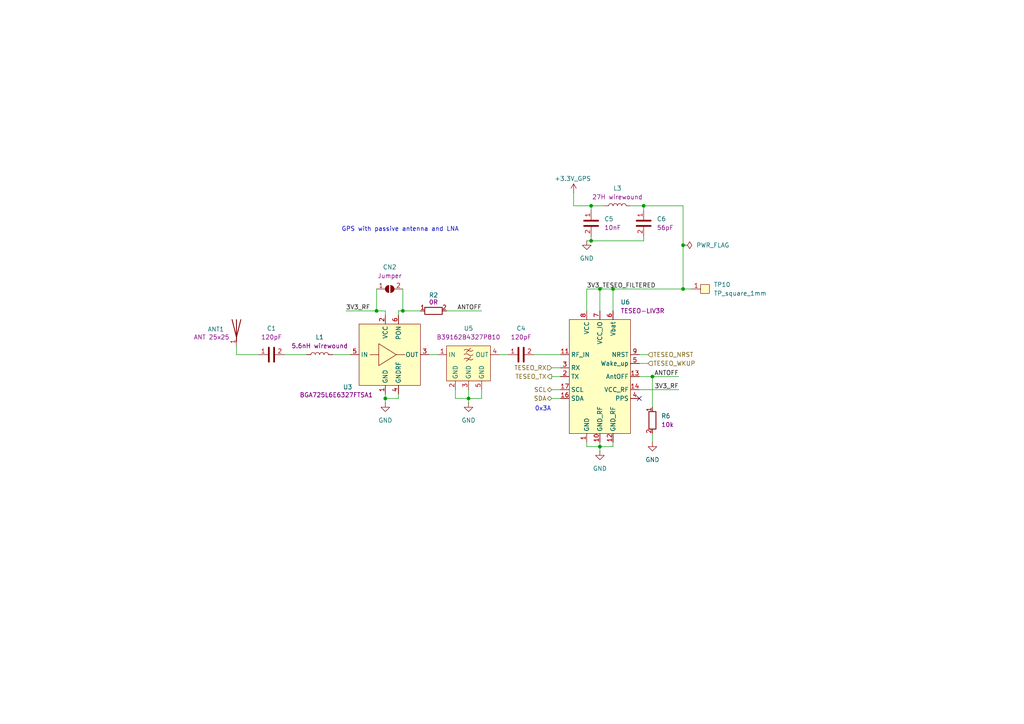
<source format=kicad_sch>
(kicad_sch
	(version 20250114)
	(generator "eeschema")
	(generator_version "9.0")
	(uuid "d827d087-c903-4937-abcc-30f266e94b9b")
	(paper "A4")
	(lib_symbols
		(symbol "001-Resistors:R_0_0603"
			(exclude_from_sim no)
			(in_bom yes)
			(on_board yes)
			(property "Reference" "R"
				(at 2.032 1.27 0)
				(effects
					(font
						(size 1.27 1.27)
					)
				)
			)
			(property "Value" "R_0R_0603"
				(at 1.016 -13.462 0)
				(effects
					(font
						(size 1.27 1.27)
					)
					(hide yes)
				)
			)
			(property "Footprint" "001-Resistors:R_0603_H0.55"
				(at 0.508 -26.162 0)
				(effects
					(font
						(size 1.27 1.27)
					)
					(hide yes)
				)
			)
			(property "Datasheet" "https://www.yageo.com/upload/media/product/products/datasheet/rchip/PYu-RC_Group_51_RoHS_L_12.pdf"
				(at 0 -19.558 0)
				(effects
					(font
						(size 1.27 1.27)
					)
					(hide yes)
				)
			)
			(property "Description" "Resistor"
				(at 0.762 -17.526 0)
				(effects
					(font
						(size 1.27 1.27)
					)
					(hide yes)
				)
			)
			(property "Web link" "https://www.digikey.ch/en/products/detail/yageo/RC0603JR-070RL/726675"
				(at 0 -23.622 0)
				(effects
					(font
						(size 1.27 1.27)
					)
					(hide yes)
				)
			)
			(property "Manufacturer" "YAGEO"
				(at 1.016 -15.494 0)
				(effects
					(font
						(size 1.27 1.27)
					)
					(hide yes)
				)
			)
			(property "Manufacturer P/N" "RC0603JR-070RL"
				(at 1.27 -29.21 0)
				(effects
					(font
						(size 1.27 1.27)
					)
					(hide yes)
				)
			)
			(property "Digikey P/N" "311-0.0GRCT-ND"
				(at 1.27 -21.844 0)
				(effects
					(font
						(size 1.27 1.27)
					)
					(hide yes)
				)
			)
			(property "Price" "0.09"
				(at 0.508 -35.306 0)
				(effects
					(font
						(size 1.27 1.27)
					)
					(hide yes)
				)
			)
			(property "Height" "0.55"
				(at 1.27 -38.1 0)
				(effects
					(font
						(size 1.27 1.27)
					)
					(hide yes)
				)
			)
			(property "Temperature" "-55 to 155"
				(at 1.27 -32.004 0)
				(effects
					(font
						(size 1.27 1.27)
					)
					(hide yes)
				)
			)
			(property "Value Disp" "0R"
				(at 2.54 -1.016 0)
				(effects
					(font
						(size 1.27 1.27)
					)
				)
			)
			(symbol "R_0_0603_0_1"
				(rectangle
					(start -1.016 2.54)
					(end 1.016 -2.54)
					(stroke
						(width 0.254)
						(type default)
					)
					(fill
						(type none)
					)
				)
			)
			(symbol "R_0_0603_1_1"
				(pin passive line
					(at 0 3.81 270)
					(length 1.27)
					(name "~"
						(effects
							(font
								(size 1.27 1.27)
							)
						)
					)
					(number "1"
						(effects
							(font
								(size 1.27 1.27)
							)
						)
					)
				)
				(pin passive line
					(at 0 -3.81 90)
					(length 1.27)
					(name "~"
						(effects
							(font
								(size 1.27 1.27)
							)
						)
					)
					(number "2"
						(effects
							(font
								(size 1.27 1.27)
							)
						)
					)
				)
			)
			(embedded_fonts no)
		)
		(symbol "001-Resistors:R_10k_5%_1/16W_0402"
			(exclude_from_sim no)
			(in_bom yes)
			(on_board yes)
			(property "Reference" "R"
				(at 2.032 1.27 0)
				(effects
					(font
						(size 1.27 1.27)
					)
				)
			)
			(property "Value" "R_10k_5%_1/16W_0402"
				(at 1.016 -13.462 0)
				(effects
					(font
						(size 1.27 1.27)
					)
					(hide yes)
				)
			)
			(property "Footprint" "001-Resistors:R_0402_H0.4"
				(at 0.508 -26.162 0)
				(effects
					(font
						(size 1.27 1.27)
					)
					(hide yes)
				)
			)
			(property "Datasheet" "https://www.yageo.com/upload/media/product/productsearch/datasheet/rchip/PYu-RC_51_RoHS_P_5.pdf"
				(at 0 -19.558 0)
				(effects
					(font
						(size 1.27 1.27)
					)
					(hide yes)
				)
			)
			(property "Description" "Resistor"
				(at 0.762 -17.526 0)
				(effects
					(font
						(size 1.27 1.27)
					)
					(hide yes)
				)
			)
			(property "Web link" "https://www.digikey.ch/en/products/detail/yageo/RC0402JR-0710KP/4935296"
				(at 0 -23.622 0)
				(effects
					(font
						(size 1.27 1.27)
					)
					(hide yes)
				)
			)
			(property "Manufacturer" "YAGEO"
				(at 1.016 -15.494 0)
				(effects
					(font
						(size 1.27 1.27)
					)
					(hide yes)
				)
			)
			(property "Manufacturer P/N" "RC0402JR-0710KP"
				(at 1.27 -29.21 0)
				(effects
					(font
						(size 1.27 1.27)
					)
					(hide yes)
				)
			)
			(property "Digikey P/N" "YAG1281CT-ND"
				(at 1.27 -21.844 0)
				(effects
					(font
						(size 1.27 1.27)
					)
					(hide yes)
				)
			)
			(property "Price" "0.09"
				(at 0.508 -35.306 0)
				(effects
					(font
						(size 1.27 1.27)
					)
					(hide yes)
				)
			)
			(property "Height" "0.4"
				(at 1.27 -38.1 0)
				(effects
					(font
						(size 1.27 1.27)
					)
					(hide yes)
				)
			)
			(property "Temperature" "-55 to 155"
				(at 1.27 -32.004 0)
				(effects
					(font
						(size 1.27 1.27)
					)
					(hide yes)
				)
			)
			(property "Value Disp" "10k"
				(at 3.302 -1.016 0)
				(effects
					(font
						(size 1.27 1.27)
					)
				)
			)
			(symbol "R_10k_5%_1/16W_0402_0_1"
				(rectangle
					(start -1.016 2.54)
					(end 1.016 -2.54)
					(stroke
						(width 0.254)
						(type default)
					)
					(fill
						(type none)
					)
				)
			)
			(symbol "R_10k_5%_1/16W_0402_1_1"
				(pin passive line
					(at 0 3.81 270)
					(length 1.27)
					(name "~"
						(effects
							(font
								(size 1.27 1.27)
							)
						)
					)
					(number "1"
						(effects
							(font
								(size 1.27 1.27)
							)
						)
					)
				)
				(pin passive line
					(at 0 -3.81 90)
					(length 1.27)
					(name "~"
						(effects
							(font
								(size 1.27 1.27)
							)
						)
					)
					(number "2"
						(effects
							(font
								(size 1.27 1.27)
							)
						)
					)
				)
			)
			(embedded_fonts no)
		)
		(symbol "002-Capacitors:C_10nF_50V_10%_X7R_0402"
			(exclude_from_sim no)
			(in_bom yes)
			(on_board yes)
			(property "Reference" "C"
				(at 5.588 1.27 0)
				(effects
					(font
						(size 1.27 1.27)
					)
				)
			)
			(property "Value" "C_10nF_50V_10%_X7R_0402_H0.55"
				(at -0.508 -31.496 0)
				(effects
					(font
						(size 1.27 1.27)
					)
					(hide yes)
				)
			)
			(property "Footprint" "002-Capacitors:C_0402_H0.55"
				(at -0.254 -25.4 0)
				(effects
					(font
						(size 1.27 1.27)
					)
					(hide yes)
				)
			)
			(property "Datasheet" "https://product.tdk.com/en/system/files?file=dam/doc/product/capacitor/ceramic/mlcc/catalog/mlcc_automotive_soft_en.pdf"
				(at -0.254 -29.464 0)
				(effects
					(font
						(size 1.27 1.27)
					)
					(hide yes)
				)
			)
			(property "Description" "Ceramic capacitor"
				(at -0.508 -19.812 0)
				(effects
					(font
						(size 1.27 1.27)
					)
					(hide yes)
				)
			)
			(property "Web link" "https://www.digikey.ch/en/products/detail/tdk-corporation/CGA2B3X7R1H103K050BE/5809215"
				(at -0.254 -23.876 0)
				(effects
					(font
						(size 1.27 1.27)
					)
					(hide yes)
				)
			)
			(property "Manufacturer" "TDK Corporation"
				(at -0.508 -34.29 0)
				(effects
					(font
						(size 1.27 1.27)
					)
					(hide yes)
				)
			)
			(property "Manufacturer P/N" "CGA2B3X7R1H103K050BE"
				(at -0.508 -27.432 0)
				(effects
					(font
						(size 1.27 1.27)
					)
					(hide yes)
				)
			)
			(property "Digikey P/N" "445-173650-1-ND"
				(at 0 -21.844 0)
				(effects
					(font
						(size 1.27 1.27)
					)
					(hide yes)
				)
			)
			(property "Price" "0.15"
				(at 0 -16.002 0)
				(effects
					(font
						(size 1.27 1.27)
					)
					(hide yes)
				)
			)
			(property "Height" "0.6"
				(at -0.254 -14.224 0)
				(effects
					(font
						(size 1.27 1.27)
					)
					(hide yes)
				)
			)
			(property "Temperature" "-55 to 125"
				(at -0.508 -17.78 0)
				(effects
					(font
						(size 1.27 1.27)
					)
					(hide yes)
				)
			)
			(property "Value Disp" "10nF"
				(at 5.842 -0.508 0)
				(effects
					(font
						(size 1.27 1.27)
					)
				)
			)
			(property "ki_keywords" "Capacitor, 10nf"
				(at 0 0 0)
				(effects
					(font
						(size 1.27 1.27)
					)
					(hide yes)
				)
			)
			(symbol "C_10nF_50V_10%_X7R_0402_0_1"
				(polyline
					(pts
						(xy -2.032 0.762) (xy 2.032 0.762)
					)
					(stroke
						(width 0.508)
						(type default)
					)
					(fill
						(type none)
					)
				)
				(polyline
					(pts
						(xy -2.032 -0.762) (xy 2.032 -0.762)
					)
					(stroke
						(width 0.508)
						(type default)
					)
					(fill
						(type none)
					)
				)
			)
			(symbol "C_10nF_50V_10%_X7R_0402_1_1"
				(pin passive line
					(at 0 3.81 270)
					(length 2.794)
					(name "~"
						(effects
							(font
								(size 1.27 1.27)
							)
						)
					)
					(number "1"
						(effects
							(font
								(size 1.27 1.27)
							)
						)
					)
				)
				(pin passive line
					(at 0 -3.81 90)
					(length 2.794)
					(name "~"
						(effects
							(font
								(size 1.27 1.27)
							)
						)
					)
					(number "2"
						(effects
							(font
								(size 1.27 1.27)
							)
						)
					)
				)
			)
			(embedded_fonts no)
		)
		(symbol "002-Capacitors:C_120pF_50V_5%_C0G_0402"
			(exclude_from_sim no)
			(in_bom yes)
			(on_board yes)
			(property "Reference" "C"
				(at 5.588 1.27 0)
				(effects
					(font
						(size 1.27 1.27)
					)
				)
			)
			(property "Value" "C_120pF_50V_5%_C0G_0402_H0.55"
				(at -0.508 -31.496 0)
				(effects
					(font
						(size 1.27 1.27)
					)
					(hide yes)
				)
			)
			(property "Footprint" "002-Capacitors:C_0402_H0.55"
				(at -0.254 -25.4 0)
				(effects
					(font
						(size 1.27 1.27)
					)
					(hide yes)
				)
			)
			(property "Datasheet" "https://www.murata.com/-/media/webrenewal/support/library/catalog/products/k35e.ashx?la=en-us&cvid=20200508021757000000"
				(at -0.254 -29.464 0)
				(effects
					(font
						(size 1.27 1.27)
					)
					(hide yes)
				)
			)
			(property "Description" "Ceramic capacitor"
				(at -0.508 -19.812 0)
				(effects
					(font
						(size 1.27 1.27)
					)
					(hide yes)
				)
			)
			(property "Web link" "https://www.digikey.ch/en/products/detail/murata-electronics/GCM1555C1H121JA16D/2590973"
				(at -0.254 -23.876 0)
				(effects
					(font
						(size 1.27 1.27)
					)
					(hide yes)
				)
			)
			(property "Manufacturer" "Murata Electronics"
				(at -0.508 -34.29 0)
				(effects
					(font
						(size 1.27 1.27)
					)
					(hide yes)
				)
			)
			(property "Manufacturer P/N" "GCM1555C1H121JA16D"
				(at -0.508 -27.432 0)
				(effects
					(font
						(size 1.27 1.27)
					)
					(hide yes)
				)
			)
			(property "Digikey P/N" "490-13287-1-ND"
				(at 0 -21.844 0)
				(effects
					(font
						(size 1.27 1.27)
					)
					(hide yes)
				)
			)
			(property "Price" "0.09"
				(at 0 -16.002 0)
				(effects
					(font
						(size 1.27 1.27)
					)
					(hide yes)
				)
			)
			(property "Height" "0.55"
				(at -0.254 -14.224 0)
				(effects
					(font
						(size 1.27 1.27)
					)
					(hide yes)
				)
			)
			(property "Temperature" "-55 to 125"
				(at -0.508 -17.78 0)
				(effects
					(font
						(size 1.27 1.27)
					)
					(hide yes)
				)
			)
			(property "Value Disp" "120pF"
				(at 5.842 -0.508 0)
				(effects
					(font
						(size 1.27 1.27)
					)
				)
			)
			(property "ki_keywords" "Capacitor, 120pF"
				(at 0 0 0)
				(effects
					(font
						(size 1.27 1.27)
					)
					(hide yes)
				)
			)
			(symbol "C_120pF_50V_5%_C0G_0402_0_1"
				(polyline
					(pts
						(xy -2.032 0.762) (xy 2.032 0.762)
					)
					(stroke
						(width 0.508)
						(type default)
					)
					(fill
						(type none)
					)
				)
				(polyline
					(pts
						(xy -2.032 -0.762) (xy 2.032 -0.762)
					)
					(stroke
						(width 0.508)
						(type default)
					)
					(fill
						(type none)
					)
				)
			)
			(symbol "C_120pF_50V_5%_C0G_0402_1_1"
				(pin passive line
					(at 0 3.81 270)
					(length 2.794)
					(name "~"
						(effects
							(font
								(size 1.27 1.27)
							)
						)
					)
					(number "1"
						(effects
							(font
								(size 1.27 1.27)
							)
						)
					)
				)
				(pin passive line
					(at 0 -3.81 90)
					(length 2.794)
					(name "~"
						(effects
							(font
								(size 1.27 1.27)
							)
						)
					)
					(number "2"
						(effects
							(font
								(size 1.27 1.27)
							)
						)
					)
				)
			)
			(embedded_fonts no)
		)
		(symbol "002-Capacitors:C_56pF_50V_2%_C0G_0201"
			(exclude_from_sim no)
			(in_bom yes)
			(on_board yes)
			(property "Reference" "C"
				(at 5.588 1.27 0)
				(effects
					(font
						(size 1.27 1.27)
					)
				)
			)
			(property "Value" "C_56pF_50V_2%_C0G_0201_H0.33"
				(at -0.508 -31.496 0)
				(effects
					(font
						(size 1.27 1.27)
					)
					(hide yes)
				)
			)
			(property "Footprint" "002-Capacitors:C_0402_H0.55"
				(at -0.254 -25.4 0)
				(effects
					(font
						(size 1.27 1.27)
					)
					(hide yes)
				)
			)
			(property "Datasheet" "https://search.murata.co.jp/Ceramy/image/img/A01X/G101/ENG/GRM0335C1H560GA01-01.pdf"
				(at -0.254 -29.464 0)
				(effects
					(font
						(size 1.27 1.27)
					)
					(hide yes)
				)
			)
			(property "Description" "Ceramic capacitor"
				(at -0.508 -19.812 0)
				(effects
					(font
						(size 1.27 1.27)
					)
					(hide yes)
				)
			)
			(property "Web link" "https://www.digikey.ch/en/products/detail/murata-electronics/GRM0335C1H560GA01D/4358755"
				(at -0.254 -23.876 0)
				(effects
					(font
						(size 1.27 1.27)
					)
					(hide yes)
				)
			)
			(property "Manufacturer" "Murata Electronics"
				(at -0.508 -34.29 0)
				(effects
					(font
						(size 1.27 1.27)
					)
					(hide yes)
				)
			)
			(property "Manufacturer P/N" "GRM0335C1H560GA01D"
				(at -0.508 -27.432 0)
				(effects
					(font
						(size 1.27 1.27)
					)
					(hide yes)
				)
			)
			(property "Digikey P/N" "490-13329-1-ND"
				(at 0 -21.844 0)
				(effects
					(font
						(size 1.27 1.27)
					)
					(hide yes)
				)
			)
			(property "Price" "0.09"
				(at 0 -16.002 0)
				(effects
					(font
						(size 1.27 1.27)
					)
					(hide yes)
				)
			)
			(property "Height" "0.33"
				(at -0.254 -14.224 0)
				(effects
					(font
						(size 1.27 1.27)
					)
					(hide yes)
				)
			)
			(property "Temperature" "-55 to 125"
				(at -0.508 -17.78 0)
				(effects
					(font
						(size 1.27 1.27)
					)
					(hide yes)
				)
			)
			(property "Value Disp" "56pF"
				(at 5.842 -0.508 0)
				(effects
					(font
						(size 1.27 1.27)
					)
				)
			)
			(property "ki_keywords" "Capacitor, 56pF"
				(at 0 0 0)
				(effects
					(font
						(size 1.27 1.27)
					)
					(hide yes)
				)
			)
			(symbol "C_56pF_50V_2%_C0G_0201_0_1"
				(polyline
					(pts
						(xy -2.032 0.762) (xy 2.032 0.762)
					)
					(stroke
						(width 0.508)
						(type default)
					)
					(fill
						(type none)
					)
				)
				(polyline
					(pts
						(xy -2.032 -0.762) (xy 2.032 -0.762)
					)
					(stroke
						(width 0.508)
						(type default)
					)
					(fill
						(type none)
					)
				)
			)
			(symbol "C_56pF_50V_2%_C0G_0201_1_1"
				(pin passive line
					(at 0 3.81 270)
					(length 2.794)
					(name "~"
						(effects
							(font
								(size 1.27 1.27)
							)
						)
					)
					(number "1"
						(effects
							(font
								(size 1.27 1.27)
							)
						)
					)
				)
				(pin passive line
					(at 0 -3.81 90)
					(length 2.794)
					(name "~"
						(effects
							(font
								(size 1.27 1.27)
							)
						)
					)
					(number "2"
						(effects
							(font
								(size 1.27 1.27)
							)
						)
					)
				)
			)
			(embedded_fonts no)
		)
		(symbol "003-Inductors:L_27nH_5%_0.35A_460mOhm"
			(pin_numbers
				(hide yes)
			)
			(pin_names
				(offset 1.016)
				(hide yes)
			)
			(exclude_from_sim no)
			(in_bom yes)
			(on_board yes)
			(property "Reference" "L"
				(at 0.254 2.032 0)
				(effects
					(font
						(size 1.27 1.27)
					)
				)
			)
			(property "Value" "L_27nH_5%_0.35A_460mOhm"
				(at 4.318 -5.08 0)
				(effects
					(font
						(size 1.27 1.27)
					)
					(hide yes)
				)
			)
			(property "Footprint" "003-Inductors:LQG15HS27NJ02D"
				(at 0 -8.89 0)
				(effects
					(font
						(size 1.27 1.27)
					)
					(hide yes)
				)
			)
			(property "Datasheet" "https://search.murata.co.jp/Ceramy/image/img/P02/JELF243B-0010.pdf"
				(at 0 -23.114 0)
				(effects
					(font
						(size 1.27 1.27)
					)
					(hide yes)
				)
			)
			(property "Description" "Multilayer inductor"
				(at 0.254 -6.858 0)
				(effects
					(font
						(size 1.27 1.27)
					)
					(hide yes)
				)
			)
			(property "Web link" "https://www.digikey.ch/en/products/detail/murata-electronics/LQG15HS27NJ02D/662877"
				(at 0.254 -20.574 0)
				(effects
					(font
						(size 1.27 1.27)
					)
					(hide yes)
				)
			)
			(property "Manufacturer" "Murata Electronics"
				(at 0 -16.256 0)
				(effects
					(font
						(size 1.27 1.27)
					)
					(hide yes)
				)
			)
			(property "Manufacturer P/N" "LQG15HS27NJ02D"
				(at 0 -18.542 0)
				(effects
					(font
						(size 1.27 1.27)
					)
					(hide yes)
				)
			)
			(property "Digikey P/N" "490-2628-1-ND"
				(at 0.254 -14.224 0)
				(effects
					(font
						(size 1.27 1.27)
					)
					(hide yes)
				)
			)
			(property "Price" "0.09"
				(at 0.254 -27.178 0)
				(effects
					(font
						(size 1.27 1.27)
					)
					(hide yes)
				)
			)
			(property "Height" "0.55"
				(at 0.254 -11.938 0)
				(effects
					(font
						(size 1.27 1.27)
					)
					(hide yes)
				)
			)
			(property "Temperature" "-55 to 125"
				(at 0 -25.4 0)
				(effects
					(font
						(size 1.27 1.27)
					)
					(hide yes)
				)
			)
			(property "Value Disp" "27H wirewound"
				(at 0 -2.032 0)
				(effects
					(font
						(size 1.27 1.27)
					)
				)
			)
			(property "ki_keywords" "Inductor wire wound"
				(at 0 0 0)
				(effects
					(font
						(size 1.27 1.27)
					)
					(hide yes)
				)
			)
			(property "ki_fp_filters" "Choke_* *Coil* Inductor_* L_*"
				(at 0 0 0)
				(effects
					(font
						(size 1.27 1.27)
					)
					(hide yes)
				)
			)
			(symbol "L_27nH_5%_0.35A_460mOhm_0_1"
				(arc
					(start -2.54 0)
					(mid -1.905 0.6323)
					(end -1.27 0)
					(stroke
						(width 0)
						(type default)
					)
					(fill
						(type none)
					)
				)
				(arc
					(start -1.27 0.0027)
					(mid -0.635 0.635)
					(end 0 0.0027)
					(stroke
						(width 0)
						(type default)
					)
					(fill
						(type none)
					)
				)
				(arc
					(start 0 0)
					(mid 0.635 0.6323)
					(end 1.27 0)
					(stroke
						(width 0)
						(type default)
					)
					(fill
						(type none)
					)
				)
				(arc
					(start 1.27 0.0027)
					(mid 1.905 0.635)
					(end 2.54 0.0027)
					(stroke
						(width 0)
						(type default)
					)
					(fill
						(type none)
					)
				)
			)
			(symbol "L_27nH_5%_0.35A_460mOhm_1_1"
				(pin passive line
					(at -3.81 0 0)
					(length 1.27)
					(name "1"
						(effects
							(font
								(size 1.27 1.27)
							)
						)
					)
					(number "1"
						(effects
							(font
								(size 1.27 1.27)
							)
						)
					)
				)
				(pin passive line
					(at 3.81 0 180)
					(length 1.27)
					(name "2"
						(effects
							(font
								(size 1.27 1.27)
							)
						)
					)
					(number "2"
						(effects
							(font
								(size 1.27 1.27)
							)
						)
					)
				)
			)
			(embedded_fonts no)
		)
		(symbol "003-Inductors:L_5.6nH_2%_1.77A_40mOhm"
			(pin_numbers
				(hide yes)
			)
			(pin_names
				(offset 1.016)
				(hide yes)
			)
			(exclude_from_sim no)
			(in_bom yes)
			(on_board yes)
			(property "Reference" "L"
				(at 0.254 2.032 0)
				(effects
					(font
						(size 1.27 1.27)
					)
				)
			)
			(property "Value" "L_5.6nH_2%_1.77A_40mOhm"
				(at 4.318 -5.08 0)
				(effects
					(font
						(size 1.27 1.27)
					)
					(hide yes)
				)
			)
			(property "Footprint" "003-Inductors:LQW15AN5N6G80D"
				(at 0 -8.89 0)
				(effects
					(font
						(size 1.27 1.27)
					)
					(hide yes)
				)
			)
			(property "Datasheet" "https://search.murata.co.jp/Ceramy/image/img/P02/JELF243A-0100.pdf"
				(at 0 -23.114 0)
				(effects
					(font
						(size 1.27 1.27)
					)
					(hide yes)
				)
			)
			(property "Description" "Wire wound inductor"
				(at 0.254 -6.858 0)
				(effects
					(font
						(size 1.27 1.27)
					)
					(hide yes)
				)
			)
			(property "Web link" "https://www.digikey.ch/en/products/detail/murata-electronics/LQW15AN5N6G80D/8323938"
				(at 0.254 -20.574 0)
				(effects
					(font
						(size 1.27 1.27)
					)
					(hide yes)
				)
			)
			(property "Manufacturer" "Murata Electronics"
				(at 0 -16.256 0)
				(effects
					(font
						(size 1.27 1.27)
					)
					(hide yes)
				)
			)
			(property "Manufacturer P/N" "LQW15AN5N6G80D"
				(at 0 -18.542 0)
				(effects
					(font
						(size 1.27 1.27)
					)
					(hide yes)
				)
			)
			(property "Digikey P/N" "490-LQW15AN5N6G80DCT-ND"
				(at 0.254 -14.224 0)
				(effects
					(font
						(size 1.27 1.27)
					)
					(hide yes)
				)
			)
			(property "Price" "0.2"
				(at 0.254 -27.178 0)
				(effects
					(font
						(size 1.27 1.27)
					)
					(hide yes)
				)
			)
			(property "Height" "0.6"
				(at 0.254 -11.938 0)
				(effects
					(font
						(size 1.27 1.27)
					)
					(hide yes)
				)
			)
			(property "Temperature" "-55 to 125"
				(at 0 -25.4 0)
				(effects
					(font
						(size 1.27 1.27)
					)
					(hide yes)
				)
			)
			(property "Value Disp" "5.6nH wirewound"
				(at 0 -2.032 0)
				(effects
					(font
						(size 1.27 1.27)
					)
				)
			)
			(property "ki_keywords" "Inductor wire wound"
				(at 0 0 0)
				(effects
					(font
						(size 1.27 1.27)
					)
					(hide yes)
				)
			)
			(property "ki_fp_filters" "Choke_* *Coil* Inductor_* L_*"
				(at 0 0 0)
				(effects
					(font
						(size 1.27 1.27)
					)
					(hide yes)
				)
			)
			(symbol "L_5.6nH_2%_1.77A_40mOhm_0_1"
				(arc
					(start -2.54 0)
					(mid -1.905 0.6323)
					(end -1.27 0)
					(stroke
						(width 0)
						(type default)
					)
					(fill
						(type none)
					)
				)
				(arc
					(start -1.27 0.0027)
					(mid -0.635 0.635)
					(end 0 0.0027)
					(stroke
						(width 0)
						(type default)
					)
					(fill
						(type none)
					)
				)
				(arc
					(start 0 0)
					(mid 0.635 0.6323)
					(end 1.27 0)
					(stroke
						(width 0)
						(type default)
					)
					(fill
						(type none)
					)
				)
				(arc
					(start 1.27 0.0027)
					(mid 1.905 0.635)
					(end 2.54 0.0027)
					(stroke
						(width 0)
						(type default)
					)
					(fill
						(type none)
					)
				)
			)
			(symbol "L_5.6nH_2%_1.77A_40mOhm_1_1"
				(pin passive line
					(at -3.81 0 0)
					(length 1.27)
					(name "1"
						(effects
							(font
								(size 1.27 1.27)
							)
						)
					)
					(number "1"
						(effects
							(font
								(size 1.27 1.27)
							)
						)
					)
				)
				(pin passive line
					(at 3.81 0 180)
					(length 1.27)
					(name "2"
						(effects
							(font
								(size 1.27 1.27)
							)
						)
					)
					(number "2"
						(effects
							(font
								(size 1.27 1.27)
							)
						)
					)
				)
			)
			(embedded_fonts no)
		)
		(symbol "009-Connectors:Solder_Jumper-2_Open"
			(exclude_from_sim no)
			(in_bom yes)
			(on_board yes)
			(property "Reference" "CN"
				(at 0 3.302 0)
				(effects
					(font
						(size 1.27 1.27)
					)
				)
			)
			(property "Value" "Solder_Jumper-2_Open"
				(at 0 -8.89 0)
				(effects
					(font
						(size 1.27 1.27)
					)
					(hide yes)
				)
			)
			(property "Footprint" "009-Connectors:SolderJumper-2_Open"
				(at 0 -6.35 0)
				(effects
					(font
						(size 1.27 1.27)
					)
					(hide yes)
				)
			)
			(property "Datasheet" ""
				(at 0 0 0)
				(effects
					(font
						(size 1.27 1.27)
					)
					(hide yes)
				)
			)
			(property "Description" ""
				(at 0 0 0)
				(effects
					(font
						(size 1.27 1.27)
					)
					(hide yes)
				)
			)
			(property "Web link" ""
				(at 0 0 0)
				(effects
					(font
						(size 1.27 1.27)
					)
					(hide yes)
				)
			)
			(property "Manufacturer" ""
				(at 0 -5.334 0)
				(effects
					(font
						(size 1.27 1.27)
					)
					(hide yes)
				)
			)
			(property "Manufacturer P/N" ""
				(at 0 0 0)
				(effects
					(font
						(size 1.27 1.27)
					)
					(hide yes)
				)
			)
			(property "Digikey P/N" ""
				(at 0 0 0)
				(effects
					(font
						(size 1.27 1.27)
					)
					(hide yes)
				)
			)
			(property "Price" ""
				(at 0 0 0)
				(effects
					(font
						(size 1.27 1.27)
					)
					(hide yes)
				)
			)
			(property "Height" ""
				(at 0 0 0)
				(effects
					(font
						(size 1.27 1.27)
					)
					(hide yes)
				)
			)
			(property "Temperature" ""
				(at 0 0 0)
				(effects
					(font
						(size 1.27 1.27)
					)
					(hide yes)
				)
			)
			(property "Value Disp" "Jumper"
				(at 0 -2.032 0)
				(effects
					(font
						(size 1.27 1.27)
					)
				)
			)
			(symbol "Solder_Jumper-2_Open_0_1"
				(polyline
					(pts
						(xy -0.254 1.016) (xy -0.254 -1.016)
					)
					(stroke
						(width 0)
						(type default)
					)
					(fill
						(type none)
					)
				)
				(arc
					(start -0.254 -1.016)
					(mid -1.2656 0)
					(end -0.254 1.016)
					(stroke
						(width 0)
						(type default)
					)
					(fill
						(type none)
					)
				)
				(arc
					(start -0.254 -1.016)
					(mid -1.2656 0)
					(end -0.254 1.016)
					(stroke
						(width 0)
						(type default)
					)
					(fill
						(type outline)
					)
				)
				(arc
					(start 0.254 1.016)
					(mid 1.2656 0)
					(end 0.254 -1.016)
					(stroke
						(width 0)
						(type default)
					)
					(fill
						(type none)
					)
				)
				(arc
					(start 0.254 1.016)
					(mid 1.2656 0)
					(end 0.254 -1.016)
					(stroke
						(width 0)
						(type default)
					)
					(fill
						(type outline)
					)
				)
				(polyline
					(pts
						(xy 0.254 1.016) (xy 0.254 -1.016)
					)
					(stroke
						(width 0)
						(type default)
					)
					(fill
						(type none)
					)
				)
			)
			(symbol "Solder_Jumper-2_Open_1_1"
				(pin passive line
					(at -3.81 0 0)
					(length 2.54)
					(name ""
						(effects
							(font
								(size 1.27 1.27)
							)
						)
					)
					(number "1"
						(effects
							(font
								(size 1.27 1.27)
							)
						)
					)
				)
				(pin passive line
					(at 3.81 0 180)
					(length 2.54)
					(name ""
						(effects
							(font
								(size 1.27 1.27)
							)
						)
					)
					(number "2"
						(effects
							(font
								(size 1.27 1.27)
							)
						)
					)
				)
			)
			(embedded_fonts no)
		)
		(symbol "010-RF:ANT2525B00DT1516S"
			(exclude_from_sim no)
			(in_bom yes)
			(on_board yes)
			(property "Reference" "ANT"
				(at 0.254 9.398 0)
				(effects
					(font
						(size 1.27 1.27)
					)
				)
			)
			(property "Value" "ANT2525B00DT1516S"
				(at 0 -10.668 0)
				(effects
					(font
						(size 1.27 1.27)
					)
					(hide yes)
				)
			)
			(property "Footprint" "010-RF:ANT2525B00DT1516S"
				(at 0 -23.114 0)
				(effects
					(font
						(size 1.27 1.27)
					)
					(hide yes)
				)
			)
			(property "Datasheet" "https://productfinder.pulseelectronics.com/api/open/part-attachments/datasheet/ANT2525B00DT1516S"
				(at 0 -17.526 0)
				(effects
					(font
						(size 1.27 1.27)
					)
					(hide yes)
				)
			)
			(property "Description" "GNSS Antenna, patch, through-hole"
				(at 0 -25.146 0)
				(effects
					(font
						(size 1.27 1.27)
					)
					(hide yes)
				)
			)
			(property "Web link" "https://www.digikey.ch/en/products/detail/pulse-electronics/ANT2525B00DT1516S/3927219?s=N4IgTCBcDaIIIDkAqYCsaBCAGLARJAjKgQGwDKIAugL5A"
				(at 0 -15.24 0)
				(effects
					(font
						(size 1.27 1.27)
					)
					(hide yes)
				)
			)
			(property "Manufacturer" "Pulse Electronics"
				(at 0 -12.7 0)
				(effects
					(font
						(size 1.27 1.27)
					)
					(hide yes)
				)
			)
			(property "Manufacturer P/N" "ANT2525B00DT1516S"
				(at 0.254 -27.432 0)
				(effects
					(font
						(size 1.27 1.27)
					)
					(hide yes)
				)
			)
			(property "Digikey P/N" "311-1539-ND"
				(at 0.254 -20.066 0)
				(effects
					(font
						(size 1.27 1.27)
					)
					(hide yes)
				)
			)
			(property "Price" "2.48"
				(at 0 -32.004 0)
				(effects
					(font
						(size 1.27 1.27)
					)
					(hide yes)
				)
			)
			(property "Height" "4"
				(at 0 -33.782 0)
				(effects
					(font
						(size 1.27 1.27)
					)
					(hide yes)
				)
			)
			(property "Temperature" "-40 to 105"
				(at 0 -29.718 0)
				(effects
					(font
						(size 1.27 1.27)
					)
					(hide yes)
				)
			)
			(property "Value Disp" "ANT 25x25"
				(at 0.254 7.366 0)
				(effects
					(font
						(size 1.27 1.27)
					)
				)
			)
			(symbol "ANT2525B00DT1516S_0_1"
				(polyline
					(pts
						(xy 0 5.08) (xy 0 -1.27)
					)
					(stroke
						(width 0.254)
						(type default)
					)
					(fill
						(type none)
					)
				)
				(polyline
					(pts
						(xy 1.27 5.08) (xy 0 0) (xy -1.27 5.08)
					)
					(stroke
						(width 0.254)
						(type default)
					)
					(fill
						(type none)
					)
				)
			)
			(symbol "ANT2525B00DT1516S_1_1"
				(pin bidirectional line
					(at 0 -2.54 90)
					(length 2.54)
					(name ""
						(effects
							(font
								(size 1.27 1.27)
							)
						)
					)
					(number "1"
						(effects
							(font
								(size 1.27 1.27)
							)
						)
					)
				)
			)
			(embedded_fonts no)
		)
		(symbol "010-RF:B39162B4327P810"
			(exclude_from_sim no)
			(in_bom yes)
			(on_board yes)
			(property "Reference" "U"
				(at 0.254 8.636 0)
				(effects
					(font
						(size 1.27 1.27)
					)
				)
			)
			(property "Value" "B39162B4327P810"
				(at 0 -26.924 0)
				(effects
					(font
						(size 1.27 1.27)
					)
					(hide yes)
				)
			)
			(property "Footprint" "010-RF:B39162B4327P810"
				(at 0.254 -32.766 0)
				(effects
					(font
						(size 1.27 1.27)
					)
					(hide yes)
				)
			)
			(property "Datasheet" "https://mm.digikey.com/Volume0/opasdata/d220001/medias/docus/992/B39162B4327P810_Rev2.2.pdf"
				(at 0.508 -29.21 0)
				(effects
					(font
						(size 1.27 1.27)
					)
					(hide yes)
				)
			)
			(property "Description" "GNSS SAW filter"
				(at 0 -34.798 0)
				(effects
					(font
						(size 1.27 1.27)
					)
					(hide yes)
				)
			)
			(property "Web link" "https://www.digikey.ch/en/products/detail/qualcomm-rf-front-end-rffe-filters/B39162B4327P810/4945526"
				(at 0.254 -41.91 0)
				(effects
					(font
						(size 1.27 1.27)
					)
					(hide yes)
				)
			)
			(property "Manufacturer" "Qualcomm (RF front-end (RFFE) filters)"
				(at 0.254 -24.892 0)
				(effects
					(font
						(size 1.27 1.27)
					)
					(hide yes)
				)
			)
			(property "Manufacturer P/N" "B39162B4327P810"
				(at 0.762 -39.624 0)
				(effects
					(font
						(size 1.27 1.27)
					)
					(hide yes)
				)
			)
			(property "Digikey P/N" "495-7424-1-ND"
				(at 0.254 -37.338 0)
				(effects
					(font
						(size 1.27 1.27)
					)
					(hide yes)
				)
			)
			(property "Price" "1.47"
				(at 1.27 -49.53 0)
				(effects
					(font
						(size 1.27 1.27)
					)
					(hide yes)
				)
			)
			(property "Height" "0.4"
				(at 1.016 -44.196 0)
				(effects
					(font
						(size 1.27 1.27)
					)
					(hide yes)
				)
			)
			(property "Temperature" "-40 to 85"
				(at 0.254 -46.482 0)
				(effects
					(font
						(size 1.27 1.27)
					)
					(hide yes)
				)
			)
			(property "Value Disp" "B39162B4327P810"
				(at 0.254 6.35 0)
				(effects
					(font
						(size 1.27 1.27)
					)
				)
			)
			(symbol "B39162B4327P810_0_1"
				(polyline
					(pts
						(xy -0.635 3.175) (xy 0.635 4.445)
					)
					(stroke
						(width 0)
						(type default)
					)
					(fill
						(type none)
					)
				)
				(arc
					(start -1.27 3.81)
					(mid -0.635 4.073)
					(end 0 3.81)
					(stroke
						(width 0)
						(type default)
					)
					(fill
						(type none)
					)
				)
				(arc
					(start -1.27 2.5401)
					(mid -0.635 2.8031)
					(end 0 2.5401)
					(stroke
						(width 0)
						(type default)
					)
					(fill
						(type none)
					)
				)
				(arc
					(start -1.27 1.2701)
					(mid -0.635 1.5331)
					(end 0 1.2701)
					(stroke
						(width 0)
						(type default)
					)
					(fill
						(type none)
					)
				)
				(polyline
					(pts
						(xy -0.635 0.635) (xy 0.635 1.905)
					)
					(stroke
						(width 0)
						(type default)
					)
					(fill
						(type none)
					)
				)
				(arc
					(start 1.27 3.8099)
					(mid 0.635 3.5469)
					(end 0 3.8099)
					(stroke
						(width 0)
						(type default)
					)
					(fill
						(type none)
					)
				)
				(arc
					(start 1.27 2.54)
					(mid 0.635 2.277)
					(end 0 2.54)
					(stroke
						(width 0)
						(type default)
					)
					(fill
						(type none)
					)
				)
				(arc
					(start 1.27 1.27)
					(mid 0.635 1.007)
					(end 0 1.27)
					(stroke
						(width 0)
						(type default)
					)
					(fill
						(type none)
					)
				)
			)
			(symbol "B39162B4327P810_1_1"
				(rectangle
					(start -6.35 5.08)
					(end 6.35 -5.08)
					(stroke
						(width 0)
						(type default)
					)
					(fill
						(type background)
					)
				)
				(pin input line
					(at -8.89 2.54 0)
					(length 2.54)
					(name "IN"
						(effects
							(font
								(size 1.27 1.27)
							)
						)
					)
					(number "1"
						(effects
							(font
								(size 1.27 1.27)
							)
						)
					)
				)
				(pin power_in line
					(at -3.81 -7.62 90)
					(length 2.54)
					(name "GND"
						(effects
							(font
								(size 1.27 1.27)
							)
						)
					)
					(number "2"
						(effects
							(font
								(size 1.27 1.27)
							)
						)
					)
				)
				(pin power_in line
					(at 0 -7.62 90)
					(length 2.54)
					(name "GND"
						(effects
							(font
								(size 1.27 1.27)
							)
						)
					)
					(number "3"
						(effects
							(font
								(size 1.27 1.27)
							)
						)
					)
				)
				(pin power_in line
					(at 3.81 -7.62 90)
					(length 2.54)
					(name "GND"
						(effects
							(font
								(size 1.27 1.27)
							)
						)
					)
					(number "5"
						(effects
							(font
								(size 1.27 1.27)
							)
						)
					)
				)
				(pin output line
					(at 8.89 2.54 180)
					(length 2.54)
					(name "OUT"
						(effects
							(font
								(size 1.27 1.27)
							)
						)
					)
					(number "4"
						(effects
							(font
								(size 1.27 1.27)
							)
						)
					)
				)
			)
			(embedded_fonts no)
		)
		(symbol "010-RF:BGA725L6E6327FTSA1"
			(exclude_from_sim no)
			(in_bom yes)
			(on_board yes)
			(property "Reference" "U"
				(at 10.16 7.62 0)
				(effects
					(font
						(size 1.27 1.27)
					)
				)
			)
			(property "Value" "BGA725L6E6327FTSA1"
				(at 0 -26.924 0)
				(effects
					(font
						(size 1.27 1.27)
					)
					(hide yes)
				)
			)
			(property "Footprint" "010-RF:BGA725L6E6327FTSA1"
				(at 0.254 -32.766 0)
				(effects
					(font
						(size 1.27 1.27)
					)
					(hide yes)
				)
			)
			(property "Datasheet" "https://www.infineon.com/dgdl/BGA725L6_V2+0.pdf?folderId=db3a30431f848401011fcbf2ab4c04c4&fileId=db3a30433784a0400137ef9a4d341f23"
				(at 0.508 -29.21 0)
				(effects
					(font
						(size 1.27 1.27)
					)
					(hide yes)
				)
			)
			(property "Description" "GNSS Amplifier"
				(at 0 -34.798 0)
				(effects
					(font
						(size 1.27 1.27)
					)
					(hide yes)
				)
			)
			(property "Web link" "https://www.digikey.ch/en/products/detail/infineon-technologies/BGA725L6E6327FTSA1/3911483"
				(at 0.254 -41.91 0)
				(effects
					(font
						(size 1.27 1.27)
					)
					(hide yes)
				)
			)
			(property "Manufacturer" "Infineon Technologies"
				(at 0.254 -24.892 0)
				(effects
					(font
						(size 1.27 1.27)
					)
					(hide yes)
				)
			)
			(property "Manufacturer P/N" "BGA725L6E6327FTSA1"
				(at 0.762 -39.624 0)
				(effects
					(font
						(size 1.27 1.27)
					)
					(hide yes)
				)
			)
			(property "Digikey P/N" "BGA725L6E6327FTSA1CT-ND"
				(at 0.254 -37.338 0)
				(effects
					(font
						(size 1.27 1.27)
					)
					(hide yes)
				)
			)
			(property "Price" "0.4"
				(at 1.27 -49.53 0)
				(effects
					(font
						(size 1.27 1.27)
					)
					(hide yes)
				)
			)
			(property "Height" "0.4"
				(at 1.016 -44.196 0)
				(effects
					(font
						(size 1.27 1.27)
					)
					(hide yes)
				)
			)
			(property "Temperature" "-40 to 85"
				(at 0.254 -46.482 0)
				(effects
					(font
						(size 1.27 1.27)
					)
					(hide yes)
				)
			)
			(property "Value Disp" "BGA725L6E6327FTSA1"
				(at 14.224 10.414 0)
				(effects
					(font
						(size 1.27 1.27)
					)
				)
			)
			(symbol "BGA725L6E6327FTSA1_1_1"
				(rectangle
					(start -8.89 8.89)
					(end 8.89 -8.89)
					(stroke
						(width 0)
						(type default)
					)
					(fill
						(type background)
					)
				)
				(polyline
					(pts
						(xy -5.715 0) (xy -3.175 0)
					)
					(stroke
						(width 0)
						(type default)
					)
					(fill
						(type none)
					)
				)
				(polyline
					(pts
						(xy 1.905 0) (xy 4.445 0)
					)
					(stroke
						(width 0)
						(type default)
					)
					(fill
						(type none)
					)
				)
				(polyline
					(pts
						(xy 1.905 0) (xy -3.175 3.175) (xy -3.175 -3.175) (xy 1.905 0)
					)
					(stroke
						(width 0)
						(type default)
					)
					(fill
						(type none)
					)
				)
				(pin input line
					(at -11.43 0 0)
					(length 2.54)
					(name "IN"
						(effects
							(font
								(size 1.27 1.27)
							)
						)
					)
					(number "5"
						(effects
							(font
								(size 1.27 1.27)
							)
						)
					)
				)
				(pin power_in line
					(at -1.27 11.43 270)
					(length 2.54)
					(name "VCC"
						(effects
							(font
								(size 1.27 1.27)
							)
						)
					)
					(number "2"
						(effects
							(font
								(size 1.27 1.27)
							)
						)
					)
				)
				(pin power_in line
					(at -1.27 -11.43 90)
					(length 2.54)
					(name "GND"
						(effects
							(font
								(size 1.27 1.27)
							)
						)
					)
					(number "1"
						(effects
							(font
								(size 1.27 1.27)
							)
						)
					)
				)
				(pin input line
					(at 2.54 11.43 270)
					(length 2.54)
					(name "PON"
						(effects
							(font
								(size 1.27 1.27)
							)
						)
					)
					(number "6"
						(effects
							(font
								(size 1.27 1.27)
							)
						)
					)
				)
				(pin power_in line
					(at 2.54 -11.43 90)
					(length 2.54)
					(name "GNDRF"
						(effects
							(font
								(size 1.27 1.27)
							)
						)
					)
					(number "4"
						(effects
							(font
								(size 1.27 1.27)
							)
						)
					)
				)
				(pin output line
					(at 11.43 0 180)
					(length 2.54)
					(name "OUT"
						(effects
							(font
								(size 1.27 1.27)
							)
						)
					)
					(number "3"
						(effects
							(font
								(size 1.27 1.27)
							)
						)
					)
				)
			)
			(embedded_fonts no)
		)
		(symbol "010-RF:TESEO-LIV3R"
			(exclude_from_sim no)
			(in_bom yes)
			(on_board yes)
			(property "Reference" "U"
				(at 9.906 16.002 0)
				(effects
					(font
						(size 1.27 1.27)
					)
				)
			)
			(property "Value" "TESEO-LIV3R"
				(at -0.762 -42.418 0)
				(effects
					(font
						(size 1.27 1.27)
					)
					(hide yes)
				)
			)
			(property "Footprint" "010-RF:TESEO-LIV3R"
				(at -0.762 -48.768 0)
				(effects
					(font
						(size 1.27 1.27)
					)
					(hide yes)
				)
			)
			(property "Datasheet" "https://www.st.com/resource/en/datasheet/teseo-liv3r.pdf"
				(at -0.508 -50.8 0)
				(effects
					(font
						(size 1.27 1.27)
					)
					(hide yes)
				)
			)
			(property "Description" "GNSS module"
				(at -0.762 -46.736 0)
				(effects
					(font
						(size 1.27 1.27)
					)
					(hide yes)
				)
			)
			(property "Web link" "https://www.digikey.ch/en/products/detail/stmicroelectronics/TESEO-LIV3R/10222210"
				(at -0.762 -52.578 0)
				(effects
					(font
						(size 1.27 1.27)
					)
					(hide yes)
				)
			)
			(property "Manufacturer" "STMicroelectronics"
				(at -0.254 -44.704 0)
				(effects
					(font
						(size 1.27 1.27)
					)
					(hide yes)
				)
			)
			(property "Manufacturer P/N" "TESEO-LIV3R"
				(at -1.016 -56.134 0)
				(effects
					(font
						(size 1.27 1.27)
					)
					(hide yes)
				)
			)
			(property "Digikey P/N" "497-19468-1-ND"
				(at -0.762 -54.61 0)
				(effects
					(font
						(size 1.27 1.27)
					)
					(hide yes)
				)
			)
			(property "Price" "13.36"
				(at -0.762 -60.198 0)
				(effects
					(font
						(size 1.27 1.27)
					)
					(hide yes)
				)
			)
			(property "Height" "2.3"
				(at -0.508 -62.23 0)
				(effects
					(font
						(size 1.27 1.27)
					)
					(hide yes)
				)
			)
			(property "Temperature" "-40 to 85"
				(at -0.762 -57.912 0)
				(effects
					(font
						(size 1.27 1.27)
					)
					(hide yes)
				)
			)
			(property "Value Disp" "TESEO-LIV3R"
				(at 15.494 13.462 0)
				(effects
					(font
						(size 1.27 1.27)
					)
				)
			)
			(property "Application note" "https://www.digikey.ch/htmldatasheets/production/3350766/0/0/1/teseo-liv3f.html"
				(at -1.778 -39.116 0)
				(effects
					(font
						(size 1.27 1.27)
					)
					(hide yes)
				)
			)
			(symbol "TESEO-LIV3R_1_1"
				(rectangle
					(start -8.89 17.78)
					(end 8.89 -15.24)
					(stroke
						(width 0)
						(type default)
					)
					(fill
						(type background)
					)
				)
				(pin input line
					(at -11.43 7.62 0)
					(length 2.54)
					(name "RF_IN"
						(effects
							(font
								(size 1.27 1.27)
							)
						)
					)
					(number "11"
						(effects
							(font
								(size 1.27 1.27)
							)
						)
					)
				)
				(pin input line
					(at -11.43 3.81 0)
					(length 2.54)
					(name "RX"
						(effects
							(font
								(size 1.27 1.27)
							)
						)
					)
					(number "3"
						(effects
							(font
								(size 1.27 1.27)
							)
						)
					)
				)
				(pin output line
					(at -11.43 1.27 0)
					(length 2.54)
					(name "TX"
						(effects
							(font
								(size 1.27 1.27)
							)
						)
					)
					(number "2"
						(effects
							(font
								(size 1.27 1.27)
							)
						)
					)
				)
				(pin bidirectional line
					(at -11.43 -2.54 0)
					(length 2.54)
					(name "SCL"
						(effects
							(font
								(size 1.27 1.27)
							)
						)
					)
					(number "17"
						(effects
							(font
								(size 1.27 1.27)
							)
						)
					)
				)
				(pin bidirectional line
					(at -11.43 -5.08 0)
					(length 2.54)
					(name "SDA"
						(effects
							(font
								(size 1.27 1.27)
							)
						)
					)
					(number "16"
						(effects
							(font
								(size 1.27 1.27)
							)
						)
					)
				)
				(pin no_connect line
					(at -11.43 -8.89 0)
					(length 2.54)
					(hide yes)
					(name "NC"
						(effects
							(font
								(size 1.27 1.27)
							)
						)
					)
					(number "15"
						(effects
							(font
								(size 1.27 1.27)
							)
						)
					)
				)
				(pin no_connect line
					(at -11.43 -11.43 0)
					(length 2.54)
					(hide yes)
					(name "NC"
						(effects
							(font
								(size 1.27 1.27)
							)
						)
					)
					(number "18"
						(effects
							(font
								(size 1.27 1.27)
							)
						)
					)
				)
				(pin power_in line
					(at -3.81 20.32 270)
					(length 2.54)
					(name "VCC"
						(effects
							(font
								(size 1.27 1.27)
							)
						)
					)
					(number "8"
						(effects
							(font
								(size 1.27 1.27)
							)
						)
					)
				)
				(pin power_in line
					(at -3.81 -17.78 90)
					(length 2.54)
					(name "GND"
						(effects
							(font
								(size 1.27 1.27)
							)
						)
					)
					(number "1"
						(effects
							(font
								(size 1.27 1.27)
							)
						)
					)
				)
				(pin power_in line
					(at 0 20.32 270)
					(length 2.54)
					(name "VCC_IO"
						(effects
							(font
								(size 1.27 1.27)
							)
						)
					)
					(number "7"
						(effects
							(font
								(size 1.27 1.27)
							)
						)
					)
				)
				(pin power_in line
					(at 0 -17.78 90)
					(length 2.54)
					(name "GND_RF"
						(effects
							(font
								(size 1.27 1.27)
							)
						)
					)
					(number "10"
						(effects
							(font
								(size 1.27 1.27)
							)
						)
					)
				)
				(pin power_in line
					(at 3.81 20.32 270)
					(length 2.54)
					(name "Vbat"
						(effects
							(font
								(size 1.27 1.27)
							)
						)
					)
					(number "6"
						(effects
							(font
								(size 1.27 1.27)
							)
						)
					)
				)
				(pin power_in line
					(at 3.81 -17.78 90)
					(length 2.54)
					(name "GND_RF"
						(effects
							(font
								(size 1.27 1.27)
							)
						)
					)
					(number "12"
						(effects
							(font
								(size 1.27 1.27)
							)
						)
					)
				)
				(pin input line
					(at 11.43 7.62 180)
					(length 2.54)
					(name "NRST"
						(effects
							(font
								(size 1.27 1.27)
							)
						)
					)
					(number "9"
						(effects
							(font
								(size 1.27 1.27)
							)
						)
					)
				)
				(pin input line
					(at 11.43 5.08 180)
					(length 2.54)
					(name "Wake_up"
						(effects
							(font
								(size 1.27 1.27)
							)
						)
					)
					(number "5"
						(effects
							(font
								(size 1.27 1.27)
							)
						)
					)
				)
				(pin output line
					(at 11.43 1.27 180)
					(length 2.54)
					(name "AntOFF"
						(effects
							(font
								(size 1.27 1.27)
							)
						)
					)
					(number "13"
						(effects
							(font
								(size 1.27 1.27)
							)
						)
					)
				)
				(pin power_out line
					(at 11.43 -2.54 180)
					(length 2.54)
					(name "VCC_RF"
						(effects
							(font
								(size 1.27 1.27)
							)
						)
					)
					(number "14"
						(effects
							(font
								(size 1.27 1.27)
							)
						)
					)
				)
				(pin output line
					(at 11.43 -5.08 180)
					(length 2.54)
					(name "PPS"
						(effects
							(font
								(size 1.27 1.27)
							)
						)
					)
					(number "4"
						(effects
							(font
								(size 1.27 1.27)
							)
						)
					)
				)
			)
			(embedded_fonts no)
		)
		(symbol "011-Misc:Testpoint_square_1mm"
			(exclude_from_sim no)
			(in_bom no)
			(on_board yes)
			(property "Reference" "TP"
				(at 0 2.286 0)
				(effects
					(font
						(size 1.27 1.27)
					)
				)
			)
			(property "Value" "TP_square_1mm"
				(at 0.254 -2.286 0)
				(effects
					(font
						(size 1.27 1.27)
					)
				)
			)
			(property "Footprint" "011-Misc:Testpoint_square_1mm"
				(at 0.254 -4.318 0)
				(effects
					(font
						(size 1.27 1.27)
					)
					(hide yes)
				)
			)
			(property "Datasheet" ""
				(at 0 0 0)
				(effects
					(font
						(size 1.27 1.27)
					)
					(hide yes)
				)
			)
			(property "Description" ""
				(at 0 0 0)
				(effects
					(font
						(size 1.27 1.27)
					)
					(hide yes)
				)
			)
			(symbol "Testpoint_square_1mm_1_1"
				(rectangle
					(start -1.27 1.27)
					(end 1.27 -1.27)
					(stroke
						(width 0)
						(type default)
					)
					(fill
						(type background)
					)
				)
				(pin bidirectional line
					(at -3.81 0 0)
					(length 2.54)
					(name ""
						(effects
							(font
								(size 1.27 1.27)
							)
						)
					)
					(number "1"
						(effects
							(font
								(size 1.27 1.27)
							)
						)
					)
				)
			)
			(embedded_fonts no)
		)
		(symbol "power:+3.3V"
			(power)
			(pin_numbers
				(hide yes)
			)
			(pin_names
				(offset 0)
				(hide yes)
			)
			(exclude_from_sim no)
			(in_bom yes)
			(on_board yes)
			(property "Reference" "#PWR"
				(at 0 -3.81 0)
				(effects
					(font
						(size 1.27 1.27)
					)
					(hide yes)
				)
			)
			(property "Value" "+3.3V"
				(at 0 3.556 0)
				(effects
					(font
						(size 1.27 1.27)
					)
				)
			)
			(property "Footprint" ""
				(at 0 0 0)
				(effects
					(font
						(size 1.27 1.27)
					)
					(hide yes)
				)
			)
			(property "Datasheet" ""
				(at 0 0 0)
				(effects
					(font
						(size 1.27 1.27)
					)
					(hide yes)
				)
			)
			(property "Description" "Power symbol creates a global label with name \"+3.3V\""
				(at 0 0 0)
				(effects
					(font
						(size 1.27 1.27)
					)
					(hide yes)
				)
			)
			(property "ki_keywords" "global power"
				(at 0 0 0)
				(effects
					(font
						(size 1.27 1.27)
					)
					(hide yes)
				)
			)
			(symbol "+3.3V_0_1"
				(polyline
					(pts
						(xy -0.762 1.27) (xy 0 2.54)
					)
					(stroke
						(width 0)
						(type default)
					)
					(fill
						(type none)
					)
				)
				(polyline
					(pts
						(xy 0 2.54) (xy 0.762 1.27)
					)
					(stroke
						(width 0)
						(type default)
					)
					(fill
						(type none)
					)
				)
				(polyline
					(pts
						(xy 0 0) (xy 0 2.54)
					)
					(stroke
						(width 0)
						(type default)
					)
					(fill
						(type none)
					)
				)
			)
			(symbol "+3.3V_1_1"
				(pin power_in line
					(at 0 0 90)
					(length 0)
					(name "~"
						(effects
							(font
								(size 1.27 1.27)
							)
						)
					)
					(number "1"
						(effects
							(font
								(size 1.27 1.27)
							)
						)
					)
				)
			)
			(embedded_fonts no)
		)
		(symbol "power:GND"
			(power)
			(pin_numbers
				(hide yes)
			)
			(pin_names
				(offset 0)
				(hide yes)
			)
			(exclude_from_sim no)
			(in_bom yes)
			(on_board yes)
			(property "Reference" "#PWR"
				(at 0 -6.35 0)
				(effects
					(font
						(size 1.27 1.27)
					)
					(hide yes)
				)
			)
			(property "Value" "GND"
				(at 0 -3.81 0)
				(effects
					(font
						(size 1.27 1.27)
					)
				)
			)
			(property "Footprint" ""
				(at 0 0 0)
				(effects
					(font
						(size 1.27 1.27)
					)
					(hide yes)
				)
			)
			(property "Datasheet" ""
				(at 0 0 0)
				(effects
					(font
						(size 1.27 1.27)
					)
					(hide yes)
				)
			)
			(property "Description" "Power symbol creates a global label with name \"GND\" , ground"
				(at 0 0 0)
				(effects
					(font
						(size 1.27 1.27)
					)
					(hide yes)
				)
			)
			(property "ki_keywords" "global power"
				(at 0 0 0)
				(effects
					(font
						(size 1.27 1.27)
					)
					(hide yes)
				)
			)
			(symbol "GND_0_1"
				(polyline
					(pts
						(xy 0 0) (xy 0 -1.27) (xy 1.27 -1.27) (xy 0 -2.54) (xy -1.27 -1.27) (xy 0 -1.27)
					)
					(stroke
						(width 0)
						(type default)
					)
					(fill
						(type none)
					)
				)
			)
			(symbol "GND_1_1"
				(pin power_in line
					(at 0 0 270)
					(length 0)
					(name "~"
						(effects
							(font
								(size 1.27 1.27)
							)
						)
					)
					(number "1"
						(effects
							(font
								(size 1.27 1.27)
							)
						)
					)
				)
			)
			(embedded_fonts no)
		)
		(symbol "power:PWR_FLAG"
			(power)
			(pin_numbers
				(hide yes)
			)
			(pin_names
				(offset 0)
				(hide yes)
			)
			(exclude_from_sim no)
			(in_bom yes)
			(on_board yes)
			(property "Reference" "#FLG"
				(at 0 1.905 0)
				(effects
					(font
						(size 1.27 1.27)
					)
					(hide yes)
				)
			)
			(property "Value" "PWR_FLAG"
				(at 0 3.81 0)
				(effects
					(font
						(size 1.27 1.27)
					)
				)
			)
			(property "Footprint" ""
				(at 0 0 0)
				(effects
					(font
						(size 1.27 1.27)
					)
					(hide yes)
				)
			)
			(property "Datasheet" "~"
				(at 0 0 0)
				(effects
					(font
						(size 1.27 1.27)
					)
					(hide yes)
				)
			)
			(property "Description" "Special symbol for telling ERC where power comes from"
				(at 0 0 0)
				(effects
					(font
						(size 1.27 1.27)
					)
					(hide yes)
				)
			)
			(property "ki_keywords" "flag power"
				(at 0 0 0)
				(effects
					(font
						(size 1.27 1.27)
					)
					(hide yes)
				)
			)
			(symbol "PWR_FLAG_0_0"
				(pin power_out line
					(at 0 0 90)
					(length 0)
					(name "~"
						(effects
							(font
								(size 1.27 1.27)
							)
						)
					)
					(number "1"
						(effects
							(font
								(size 1.27 1.27)
							)
						)
					)
				)
			)
			(symbol "PWR_FLAG_0_1"
				(polyline
					(pts
						(xy 0 0) (xy 0 1.27) (xy -1.016 1.905) (xy 0 2.54) (xy 1.016 1.905) (xy 0 1.27)
					)
					(stroke
						(width 0)
						(type default)
					)
					(fill
						(type none)
					)
				)
			)
			(embedded_fonts no)
		)
	)
	(text "GPS with passive antenna and LNA"
		(exclude_from_sim no)
		(at 116.078 66.548 0)
		(effects
			(font
				(size 1.27 1.27)
			)
		)
		(uuid "192ba942-56fd-488e-a244-d9ba16f58d00")
	)
	(text "0x3A"
		(exclude_from_sim no)
		(at 157.48 118.618 0)
		(effects
			(font
				(size 1.27 1.27)
			)
		)
		(uuid "9038c845-d398-41f7-bf19-ebd7261c5b97")
	)
	(junction
		(at 173.99 129.54)
		(diameter 0)
		(color 0 0 0 0)
		(uuid "07d227f7-fa90-46a5-a49c-15ff68d98dd2")
	)
	(junction
		(at 111.76 115.57)
		(diameter 0)
		(color 0 0 0 0)
		(uuid "0eea010c-718f-4969-9feb-5f922e6ba25b")
	)
	(junction
		(at 189.23 109.22)
		(diameter 0)
		(color 0 0 0 0)
		(uuid "1d907edd-bb94-4924-83fd-938e2e4fec59")
	)
	(junction
		(at 109.22 90.17)
		(diameter 0)
		(color 0 0 0 0)
		(uuid "43357954-9e5e-4d4b-bf6d-b374a422a4cd")
	)
	(junction
		(at 171.45 59.69)
		(diameter 0)
		(color 0 0 0 0)
		(uuid "5a4d4965-432d-473d-a75d-729367304201")
	)
	(junction
		(at 173.99 83.82)
		(diameter 0)
		(color 0 0 0 0)
		(uuid "6b645535-9405-403b-9347-a026de33c604")
	)
	(junction
		(at 171.45 69.85)
		(diameter 0)
		(color 0 0 0 0)
		(uuid "813afd80-9bca-4655-8a5c-b25e305c2fbb")
	)
	(junction
		(at 186.69 59.69)
		(diameter 0)
		(color 0 0 0 0)
		(uuid "83caa406-7126-4eb6-8eca-b6b0d57a413c")
	)
	(junction
		(at 135.89 115.57)
		(diameter 0)
		(color 0 0 0 0)
		(uuid "bb8adf91-12e3-4a5b-8fcc-7ad44621700c")
	)
	(junction
		(at 198.12 71.12)
		(diameter 0)
		(color 0 0 0 0)
		(uuid "d2eab6dd-0624-4e58-bf66-d22172c4c8fc")
	)
	(junction
		(at 116.84 90.17)
		(diameter 0)
		(color 0 0 0 0)
		(uuid "d8b6d4ef-713c-4286-ba28-9c21c945cbd3")
	)
	(junction
		(at 198.12 83.82)
		(diameter 0)
		(color 0 0 0 0)
		(uuid "de14118e-3476-477c-b0d9-bcaab9c48243")
	)
	(junction
		(at 177.8 83.82)
		(diameter 0)
		(color 0 0 0 0)
		(uuid "f64da133-a70e-4484-a47c-c30f586dcbf1")
	)
	(no_connect
		(at 185.42 115.57)
		(uuid "b00afd2d-e0e6-4c0d-a131-631b55fdddb8")
	)
	(wire
		(pts
			(xy 129.54 90.17) (xy 139.7 90.17)
		)
		(stroke
			(width 0)
			(type default)
		)
		(uuid "0427f937-6b48-46f0-866e-9468cc34ba7e")
	)
	(wire
		(pts
			(xy 175.26 59.69) (xy 171.45 59.69)
		)
		(stroke
			(width 0)
			(type default)
		)
		(uuid "05e82a9f-9067-4125-b277-636a72777668")
	)
	(wire
		(pts
			(xy 185.42 102.87) (xy 187.96 102.87)
		)
		(stroke
			(width 0)
			(type default)
		)
		(uuid "092ee14d-ace0-476a-be73-525c02126b5a")
	)
	(wire
		(pts
			(xy 121.92 90.17) (xy 116.84 90.17)
		)
		(stroke
			(width 0)
			(type default)
		)
		(uuid "0ab8ba84-e089-4ce6-8861-fe032097ac15")
	)
	(wire
		(pts
			(xy 166.37 55.88) (xy 166.37 59.69)
		)
		(stroke
			(width 0)
			(type default)
		)
		(uuid "16f0ef39-e167-4968-a40c-5bda58c029f4")
	)
	(wire
		(pts
			(xy 132.08 115.57) (xy 135.89 115.57)
		)
		(stroke
			(width 0)
			(type default)
		)
		(uuid "1f40b998-8d4b-4d69-9e94-7a0eed6b1d58")
	)
	(wire
		(pts
			(xy 186.69 59.69) (xy 198.12 59.69)
		)
		(stroke
			(width 0)
			(type default)
		)
		(uuid "1f9d858f-2a4c-4f5e-97bc-4678e61c4fdf")
	)
	(wire
		(pts
			(xy 173.99 83.82) (xy 173.99 90.17)
		)
		(stroke
			(width 0)
			(type default)
		)
		(uuid "246481a9-14bc-4d2c-8e03-feb401621246")
	)
	(wire
		(pts
			(xy 186.69 60.96) (xy 186.69 59.69)
		)
		(stroke
			(width 0)
			(type default)
		)
		(uuid "25756478-b24f-4ec6-b4b8-0ed0124fc9ea")
	)
	(wire
		(pts
			(xy 177.8 128.27) (xy 177.8 129.54)
		)
		(stroke
			(width 0)
			(type default)
		)
		(uuid "30c5ab48-6ca0-40af-9220-0a45870a3dea")
	)
	(wire
		(pts
			(xy 154.94 102.87) (xy 162.56 102.87)
		)
		(stroke
			(width 0)
			(type default)
		)
		(uuid "335ac00a-fcee-4360-9b7b-9b5417698203")
	)
	(wire
		(pts
			(xy 135.89 113.03) (xy 135.89 115.57)
		)
		(stroke
			(width 0)
			(type default)
		)
		(uuid "3d277e97-0d91-49b2-82a5-0445b8bdc87a")
	)
	(wire
		(pts
			(xy 198.12 83.82) (xy 200.66 83.82)
		)
		(stroke
			(width 0)
			(type default)
		)
		(uuid "407efa81-3293-4653-b608-05320772f23e")
	)
	(wire
		(pts
			(xy 132.08 113.03) (xy 132.08 115.57)
		)
		(stroke
			(width 0)
			(type default)
		)
		(uuid "480e9d37-020a-41b3-9bef-bdbc65e4222d")
	)
	(wire
		(pts
			(xy 186.69 59.69) (xy 182.88 59.69)
		)
		(stroke
			(width 0)
			(type default)
		)
		(uuid "49816d0f-ff23-48d8-8a80-38812c52c6df")
	)
	(wire
		(pts
			(xy 160.02 113.03) (xy 162.56 113.03)
		)
		(stroke
			(width 0)
			(type default)
		)
		(uuid "517356bc-15b5-41aa-952c-cb70feebf862")
	)
	(wire
		(pts
			(xy 189.23 109.22) (xy 185.42 109.22)
		)
		(stroke
			(width 0)
			(type default)
		)
		(uuid "54460fd5-f9ea-4927-8584-a2c964321b5a")
	)
	(wire
		(pts
			(xy 177.8 83.82) (xy 177.8 90.17)
		)
		(stroke
			(width 0)
			(type default)
		)
		(uuid "565188ef-a5e1-432b-aeed-71158cbf2bea")
	)
	(wire
		(pts
			(xy 171.45 69.85) (xy 186.69 69.85)
		)
		(stroke
			(width 0)
			(type default)
		)
		(uuid "56f132c5-048f-4876-9eda-cde1e76be600")
	)
	(wire
		(pts
			(xy 144.78 102.87) (xy 147.32 102.87)
		)
		(stroke
			(width 0)
			(type default)
		)
		(uuid "5832863a-1d77-4b33-89ec-48a7cb270498")
	)
	(wire
		(pts
			(xy 115.57 115.57) (xy 111.76 115.57)
		)
		(stroke
			(width 0)
			(type default)
		)
		(uuid "5dcf855a-a17a-4716-9d4a-8517eaa0ed90")
	)
	(wire
		(pts
			(xy 198.12 71.12) (xy 198.12 83.82)
		)
		(stroke
			(width 0)
			(type default)
		)
		(uuid "5df90ca6-d5b5-456c-bc07-39527edd2c38")
	)
	(wire
		(pts
			(xy 124.46 102.87) (xy 127 102.87)
		)
		(stroke
			(width 0)
			(type default)
		)
		(uuid "5e0a3ffc-fd0b-43f5-b760-3b5089f0fefb")
	)
	(wire
		(pts
			(xy 171.45 59.69) (xy 171.45 60.96)
		)
		(stroke
			(width 0)
			(type default)
		)
		(uuid "5ff6d56b-8fbe-4860-bcf0-85499b15d1b4")
	)
	(wire
		(pts
			(xy 68.58 100.33) (xy 68.58 102.87)
		)
		(stroke
			(width 0)
			(type default)
		)
		(uuid "617fd7ad-3976-49ac-a1c8-43716e9600e2")
	)
	(wire
		(pts
			(xy 82.55 102.87) (xy 88.9 102.87)
		)
		(stroke
			(width 0)
			(type default)
		)
		(uuid "63089ac3-788d-4840-bf93-4261da60d431")
	)
	(wire
		(pts
			(xy 115.57 114.3) (xy 115.57 115.57)
		)
		(stroke
			(width 0)
			(type default)
		)
		(uuid "6308bd39-7d65-45c8-b405-a4793be31ed8")
	)
	(wire
		(pts
			(xy 170.18 129.54) (xy 170.18 128.27)
		)
		(stroke
			(width 0)
			(type default)
		)
		(uuid "674fdae1-6219-45f8-8749-2a56f4965955")
	)
	(wire
		(pts
			(xy 109.22 83.82) (xy 109.22 90.17)
		)
		(stroke
			(width 0)
			(type default)
		)
		(uuid "6ae07a97-9146-4d02-99f7-c7b53943b9ff")
	)
	(wire
		(pts
			(xy 189.23 125.73) (xy 189.23 128.27)
		)
		(stroke
			(width 0)
			(type default)
		)
		(uuid "6cf75793-59a6-4efb-9c79-687085e7638a")
	)
	(wire
		(pts
			(xy 139.7 115.57) (xy 135.89 115.57)
		)
		(stroke
			(width 0)
			(type default)
		)
		(uuid "6da78411-3629-4aad-a86b-10b6a90f7ea0")
	)
	(wire
		(pts
			(xy 185.42 105.41) (xy 187.96 105.41)
		)
		(stroke
			(width 0)
			(type default)
		)
		(uuid "703d814a-8be5-48f3-af6e-9d707c9b1363")
	)
	(wire
		(pts
			(xy 189.23 109.22) (xy 196.85 109.22)
		)
		(stroke
			(width 0)
			(type default)
		)
		(uuid "7341e83e-69af-4fd3-8082-8cdf26d5de44")
	)
	(wire
		(pts
			(xy 177.8 83.82) (xy 173.99 83.82)
		)
		(stroke
			(width 0)
			(type default)
		)
		(uuid "76858073-0c92-4f38-846f-c06cdc160536")
	)
	(wire
		(pts
			(xy 96.52 102.87) (xy 101.6 102.87)
		)
		(stroke
			(width 0)
			(type default)
		)
		(uuid "78bfd02d-3937-4729-8af8-7bcd4d393493")
	)
	(wire
		(pts
			(xy 116.84 83.82) (xy 116.84 90.17)
		)
		(stroke
			(width 0)
			(type default)
		)
		(uuid "7f8a2a1a-2c19-40c9-a7df-28f7892662e4")
	)
	(wire
		(pts
			(xy 173.99 130.81) (xy 173.99 129.54)
		)
		(stroke
			(width 0)
			(type default)
		)
		(uuid "8babafef-4ce9-4497-bc24-e05814ad2af5")
	)
	(wire
		(pts
			(xy 111.76 115.57) (xy 111.76 116.84)
		)
		(stroke
			(width 0)
			(type default)
		)
		(uuid "91a8f334-d5f6-4909-9551-1fa1f1af9a36")
	)
	(wire
		(pts
			(xy 111.76 90.17) (xy 111.76 91.44)
		)
		(stroke
			(width 0)
			(type default)
		)
		(uuid "9312746a-73d7-41a6-822c-d3f0dd744942")
	)
	(wire
		(pts
			(xy 173.99 83.82) (xy 170.18 83.82)
		)
		(stroke
			(width 0)
			(type default)
		)
		(uuid "93c9d402-4116-4b49-94ce-7c6335ca717a")
	)
	(wire
		(pts
			(xy 189.23 118.11) (xy 189.23 109.22)
		)
		(stroke
			(width 0)
			(type default)
		)
		(uuid "98394a08-fa1c-4ecf-b675-0c24455e36fe")
	)
	(wire
		(pts
			(xy 173.99 129.54) (xy 170.18 129.54)
		)
		(stroke
			(width 0)
			(type default)
		)
		(uuid "9a26ea87-eea0-4e5e-9ceb-66cb62cb9470")
	)
	(wire
		(pts
			(xy 135.89 115.57) (xy 135.89 116.84)
		)
		(stroke
			(width 0)
			(type default)
		)
		(uuid "a6c552fa-21e1-47de-b080-057ddfd9cb4f")
	)
	(wire
		(pts
			(xy 115.57 90.17) (xy 115.57 91.44)
		)
		(stroke
			(width 0)
			(type default)
		)
		(uuid "ad32a248-e1dc-44e4-963b-7435d4a2c7b6")
	)
	(wire
		(pts
			(xy 166.37 59.69) (xy 171.45 59.69)
		)
		(stroke
			(width 0)
			(type default)
		)
		(uuid "b317f817-f438-4c5b-895e-d802be77dfd1")
	)
	(wire
		(pts
			(xy 186.69 69.85) (xy 186.69 68.58)
		)
		(stroke
			(width 0)
			(type default)
		)
		(uuid "b3bdcddd-1a24-4795-9d60-2c3d4750b2ce")
	)
	(wire
		(pts
			(xy 139.7 113.03) (xy 139.7 115.57)
		)
		(stroke
			(width 0)
			(type default)
		)
		(uuid "b6b71f06-b2d0-4fcb-8506-8b570ff8fbd0")
	)
	(wire
		(pts
			(xy 171.45 68.58) (xy 171.45 69.85)
		)
		(stroke
			(width 0)
			(type default)
		)
		(uuid "ba8934f5-8ded-484b-b2cd-a400b0db85bc")
	)
	(wire
		(pts
			(xy 171.45 69.85) (xy 170.18 69.85)
		)
		(stroke
			(width 0)
			(type default)
		)
		(uuid "bc803fee-cb42-41ba-8890-77ffde9cc1e7")
	)
	(wire
		(pts
			(xy 100.33 90.17) (xy 109.22 90.17)
		)
		(stroke
			(width 0)
			(type default)
		)
		(uuid "c77747c1-ba95-4762-8e1c-c186bdc4fc33")
	)
	(wire
		(pts
			(xy 173.99 128.27) (xy 173.99 129.54)
		)
		(stroke
			(width 0)
			(type default)
		)
		(uuid "c909218b-2f67-418a-8479-3c69f5ebb38c")
	)
	(wire
		(pts
			(xy 111.76 114.3) (xy 111.76 115.57)
		)
		(stroke
			(width 0)
			(type default)
		)
		(uuid "d1bfb41d-4994-44c3-a5b0-0024b0a2b49e")
	)
	(wire
		(pts
			(xy 160.02 115.57) (xy 162.56 115.57)
		)
		(stroke
			(width 0)
			(type default)
		)
		(uuid "daa84745-9ba9-40b1-9c22-f4d9882548da")
	)
	(wire
		(pts
			(xy 170.18 83.82) (xy 170.18 90.17)
		)
		(stroke
			(width 0)
			(type default)
		)
		(uuid "e09efa73-008c-494a-b65e-b897c6c73bc7")
	)
	(wire
		(pts
			(xy 177.8 129.54) (xy 173.99 129.54)
		)
		(stroke
			(width 0)
			(type default)
		)
		(uuid "e1928eb8-a250-48f0-ac7c-4e45192e1d08")
	)
	(wire
		(pts
			(xy 185.42 113.03) (xy 196.85 113.03)
		)
		(stroke
			(width 0)
			(type default)
		)
		(uuid "e3d92dea-a761-4dac-b946-878dac8f4484")
	)
	(wire
		(pts
			(xy 198.12 59.69) (xy 198.12 71.12)
		)
		(stroke
			(width 0)
			(type default)
		)
		(uuid "eb1cc816-0da3-4d2e-8fea-34cfa812bb0c")
	)
	(wire
		(pts
			(xy 116.84 90.17) (xy 115.57 90.17)
		)
		(stroke
			(width 0)
			(type default)
		)
		(uuid "f0a34578-3d11-4aba-a5a3-a00a4f007527")
	)
	(wire
		(pts
			(xy 160.02 109.22) (xy 162.56 109.22)
		)
		(stroke
			(width 0)
			(type default)
		)
		(uuid "f5acb2e7-1570-46bb-aa2b-243edd8b7525")
	)
	(wire
		(pts
			(xy 160.02 106.68) (xy 162.56 106.68)
		)
		(stroke
			(width 0)
			(type default)
		)
		(uuid "f6e5bdfc-0e1d-40c9-9af8-a49b4bf707d6")
	)
	(wire
		(pts
			(xy 198.12 83.82) (xy 177.8 83.82)
		)
		(stroke
			(width 0)
			(type default)
		)
		(uuid "f77e0e39-8750-4c4a-b140-9066ae77985b")
	)
	(wire
		(pts
			(xy 68.58 102.87) (xy 74.93 102.87)
		)
		(stroke
			(width 0)
			(type default)
		)
		(uuid "fd4e20ae-d616-4cbc-831d-07b9f8fc778a")
	)
	(wire
		(pts
			(xy 109.22 90.17) (xy 111.76 90.17)
		)
		(stroke
			(width 0)
			(type default)
		)
		(uuid "ff0d43b2-3fbe-4d62-abfb-a3fea37bad9b")
	)
	(label "3V3_RF"
		(at 196.85 113.03 180)
		(effects
			(font
				(size 1.27 1.27)
			)
			(justify right bottom)
		)
		(uuid "16a1c752-6865-4282-b9e6-24363c5cf29f")
	)
	(label "3V3_RF"
		(at 100.33 90.17 0)
		(effects
			(font
				(size 1.27 1.27)
			)
			(justify left bottom)
		)
		(uuid "16a4f29d-4833-4d0e-862f-93c9a6502ebc")
	)
	(label "ANTOFF"
		(at 196.85 109.22 180)
		(effects
			(font
				(size 1.27 1.27)
			)
			(justify right bottom)
		)
		(uuid "47730331-9f2f-47bc-82e0-6f393bc9c7e0")
	)
	(label "3V3_TESEO_FILTERED"
		(at 170.18 83.82 0)
		(effects
			(font
				(size 1.27 1.27)
			)
			(justify left bottom)
		)
		(uuid "6a1f3467-7a0f-45f7-b7ca-841e9dd33492")
	)
	(label "ANTOFF"
		(at 139.7 90.17 180)
		(effects
			(font
				(size 1.27 1.27)
			)
			(justify right bottom)
		)
		(uuid "e8528e6b-93f7-4ed1-a88b-704393b2f53c")
	)
	(hierarchical_label "TESEO_RX"
		(shape input)
		(at 160.02 106.68 180)
		(effects
			(font
				(size 1.27 1.27)
			)
			(justify right)
		)
		(uuid "1afb7428-5271-4fdb-b811-6425bddd914b")
	)
	(hierarchical_label "SCL"
		(shape bidirectional)
		(at 160.02 113.03 180)
		(effects
			(font
				(size 1.27 1.27)
			)
			(justify right)
		)
		(uuid "7a94f812-2d83-47dc-8416-7106ad30056f")
	)
	(hierarchical_label "SDA"
		(shape bidirectional)
		(at 160.02 115.57 180)
		(effects
			(font
				(size 1.27 1.27)
			)
			(justify right)
		)
		(uuid "d373ba77-f729-4972-90de-8a634c568127")
	)
	(hierarchical_label "TESEO_TX"
		(shape output)
		(at 160.02 109.22 180)
		(effects
			(font
				(size 1.27 1.27)
			)
			(justify right)
		)
		(uuid "d3818160-8481-465f-89a6-93e57421901d")
	)
	(hierarchical_label "TESEO_NRST"
		(shape input)
		(at 187.96 102.87 0)
		(effects
			(font
				(size 1.27 1.27)
			)
			(justify left)
		)
		(uuid "eae4f137-3d3e-46f8-9b4c-88e449a7c568")
	)
	(hierarchical_label "TESEO_WKUP"
		(shape input)
		(at 187.96 105.41 0)
		(effects
			(font
				(size 1.27 1.27)
			)
			(justify left)
		)
		(uuid "f07d84ae-9370-4a86-9bed-a6e4b4911c64")
	)
	(symbol
		(lib_id "010-RF:B39162B4327P810")
		(at 135.89 105.41 0)
		(unit 1)
		(exclude_from_sim no)
		(in_bom yes)
		(on_board yes)
		(dnp no)
		(fields_autoplaced yes)
		(uuid "184274b4-be6c-4d85-85dc-229c590f9ff4")
		(property "Reference" "U5"
			(at 135.89 95.25 0)
			(effects
				(font
					(size 1.27 1.27)
				)
			)
		)
		(property "Value" "B39162B4327P810"
			(at 135.89 132.334 0)
			(effects
				(font
					(size 1.27 1.27)
				)
				(hide yes)
			)
		)
		(property "Footprint" "010-RF:B39162B4327P810"
			(at 136.144 138.176 0)
			(effects
				(font
					(size 1.27 1.27)
				)
				(hide yes)
			)
		)
		(property "Datasheet" "https://mm.digikey.com/Volume0/opasdata/d220001/medias/docus/992/B39162B4327P810_Rev2.2.pdf"
			(at 136.398 134.62 0)
			(effects
				(font
					(size 1.27 1.27)
				)
				(hide yes)
			)
		)
		(property "Description" "GNSS SAW filter"
			(at 135.89 140.208 0)
			(effects
				(font
					(size 1.27 1.27)
				)
				(hide yes)
			)
		)
		(property "Web link" "https://www.digikey.ch/en/products/detail/qualcomm-rf-front-end-rffe-filters/B39162B4327P810/4945526"
			(at 136.144 147.32 0)
			(effects
				(font
					(size 1.27 1.27)
				)
				(hide yes)
			)
		)
		(property "Manufacturer" "Qualcomm (RF front-end (RFFE) filters)"
			(at 136.144 130.302 0)
			(effects
				(font
					(size 1.27 1.27)
				)
				(hide yes)
			)
		)
		(property "Manufacturer P/N" "B39162B4327P810"
			(at 136.652 145.034 0)
			(effects
				(font
					(size 1.27 1.27)
				)
				(hide yes)
			)
		)
		(property "Digikey P/N" "495-7424-1-ND"
			(at 136.144 142.748 0)
			(effects
				(font
					(size 1.27 1.27)
				)
				(hide yes)
			)
		)
		(property "Price" "1.47"
			(at 137.16 154.94 0)
			(effects
				(font
					(size 1.27 1.27)
				)
				(hide yes)
			)
		)
		(property "Height" "0.4"
			(at 136.906 149.606 0)
			(effects
				(font
					(size 1.27 1.27)
				)
				(hide yes)
			)
		)
		(property "Temperature" "-40 to 85"
			(at 136.144 151.892 0)
			(effects
				(font
					(size 1.27 1.27)
				)
				(hide yes)
			)
		)
		(property "Value Disp" "B39162B4327P810"
			(at 135.89 97.79 0)
			(effects
				(font
					(size 1.27 1.27)
				)
			)
		)
		(pin "2"
			(uuid "a070f204-ff88-4a38-8230-59934b2bcd40")
		)
		(pin "4"
			(uuid "d08f453d-50cc-49ad-87df-063790bc5aea")
		)
		(pin "5"
			(uuid "b80ccaa9-27dc-49cf-80ef-0605b95f6105")
		)
		(pin "1"
			(uuid "afffcaef-30e4-4721-a998-38836949b36e")
		)
		(pin "3"
			(uuid "0da09a22-5f66-4ebb-8243-6b13630371ce")
		)
		(instances
			(project "relativeGPS"
				(path "/9255e348-2f0c-48d3-8a71-46491dcb1a12/273de9fc-47df-4bf4-82b9-7faf6b333760"
					(reference "U5")
					(unit 1)
				)
			)
		)
	)
	(symbol
		(lib_id "010-RF:BGA725L6E6327FTSA1")
		(at 113.03 102.87 0)
		(unit 1)
		(exclude_from_sim no)
		(in_bom yes)
		(on_board yes)
		(dnp no)
		(uuid "2097e51b-fcf8-4fef-99c7-1aa65cfe015a")
		(property "Reference" "U3"
			(at 100.838 112.268 0)
			(effects
				(font
					(size 1.27 1.27)
				)
			)
		)
		(property "Value" "BGA725L6E6327FTSA1"
			(at 113.03 129.794 0)
			(effects
				(font
					(size 1.27 1.27)
				)
				(hide yes)
			)
		)
		(property "Footprint" "010-RF:BGA725L6E6327FTSA1"
			(at 113.284 135.636 0)
			(effects
				(font
					(size 1.27 1.27)
				)
				(hide yes)
			)
		)
		(property "Datasheet" "https://www.infineon.com/dgdl/BGA725L6_V2+0.pdf?folderId=db3a30431f848401011fcbf2ab4c04c4&fileId=db3a30433784a0400137ef9a4d341f23"
			(at 113.538 132.08 0)
			(effects
				(font
					(size 1.27 1.27)
				)
				(hide yes)
			)
		)
		(property "Description" "GNSS Amplifier"
			(at 113.03 137.668 0)
			(effects
				(font
					(size 1.27 1.27)
				)
				(hide yes)
			)
		)
		(property "Web link" "https://www.digikey.ch/en/products/detail/infineon-technologies/BGA725L6E6327FTSA1/3911483"
			(at 113.284 144.78 0)
			(effects
				(font
					(size 1.27 1.27)
				)
				(hide yes)
			)
		)
		(property "Manufacturer" "Infineon Technologies"
			(at 113.284 127.762 0)
			(effects
				(font
					(size 1.27 1.27)
				)
				(hide yes)
			)
		)
		(property "Manufacturer P/N" "BGA725L6E6327FTSA1"
			(at 113.792 142.494 0)
			(effects
				(font
					(size 1.27 1.27)
				)
				(hide yes)
			)
		)
		(property "Digikey P/N" "BGA725L6E6327FTSA1CT-ND"
			(at 113.284 140.208 0)
			(effects
				(font
					(size 1.27 1.27)
				)
				(hide yes)
			)
		)
		(property "Price" "0.4"
			(at 114.3 152.4 0)
			(effects
				(font
					(size 1.27 1.27)
				)
				(hide yes)
			)
		)
		(property "Height" "0.4"
			(at 114.046 147.066 0)
			(effects
				(font
					(size 1.27 1.27)
				)
				(hide yes)
			)
		)
		(property "Temperature" "-40 to 85"
			(at 113.284 149.352 0)
			(effects
				(font
					(size 1.27 1.27)
				)
				(hide yes)
			)
		)
		(property "Value Disp" "BGA725L6E6327FTSA1"
			(at 97.536 114.554 0)
			(effects
				(font
					(size 1.27 1.27)
				)
			)
		)
		(pin "3"
			(uuid "19e2c127-e08a-416c-b017-8203ad9b1031")
		)
		(pin "1"
			(uuid "663090aa-b7bf-4c24-b2d1-c797dabdc8ed")
		)
		(pin "4"
			(uuid "06e38014-343b-49ea-901b-4489c0fd3a59")
		)
		(pin "6"
			(uuid "46cda556-7d54-486b-86e6-d6678686d23b")
		)
		(pin "2"
			(uuid "5d6d231e-48a6-43bf-9ed4-cc3a3c9fc56a")
		)
		(pin "5"
			(uuid "fc671be6-ff53-4004-baa6-19bde3321354")
		)
		(instances
			(project "relativeGPS"
				(path "/9255e348-2f0c-48d3-8a71-46491dcb1a12/273de9fc-47df-4bf4-82b9-7faf6b333760"
					(reference "U3")
					(unit 1)
				)
			)
		)
	)
	(symbol
		(lib_id "010-RF:TESEO-LIV3R")
		(at 173.99 110.49 0)
		(unit 1)
		(exclude_from_sim no)
		(in_bom yes)
		(on_board yes)
		(dnp no)
		(fields_autoplaced yes)
		(uuid "2c25cf7a-7fc6-4d6e-bb96-15896351c950")
		(property "Reference" "U6"
			(at 179.9941 87.63 0)
			(effects
				(font
					(size 1.27 1.27)
				)
				(justify left)
			)
		)
		(property "Value" "TESEO-LIV3R"
			(at 173.228 152.908 0)
			(effects
				(font
					(size 1.27 1.27)
				)
				(hide yes)
			)
		)
		(property "Footprint" "010-RF:TESEO-LIV3R"
			(at 173.228 159.258 0)
			(effects
				(font
					(size 1.27 1.27)
				)
				(hide yes)
			)
		)
		(property "Datasheet" "https://www.st.com/resource/en/datasheet/teseo-liv3r.pdf"
			(at 173.482 161.29 0)
			(effects
				(font
					(size 1.27 1.27)
				)
				(hide yes)
			)
		)
		(property "Description" "GNSS module"
			(at 173.228 157.226 0)
			(effects
				(font
					(size 1.27 1.27)
				)
				(hide yes)
			)
		)
		(property "Web link" "https://www.digikey.ch/en/products/detail/stmicroelectronics/TESEO-LIV3R/10222210"
			(at 173.228 163.068 0)
			(effects
				(font
					(size 1.27 1.27)
				)
				(hide yes)
			)
		)
		(property "Manufacturer" "STMicroelectronics"
			(at 173.736 155.194 0)
			(effects
				(font
					(size 1.27 1.27)
				)
				(hide yes)
			)
		)
		(property "Manufacturer P/N" "TESEO-LIV3R"
			(at 172.974 166.624 0)
			(effects
				(font
					(size 1.27 1.27)
				)
				(hide yes)
			)
		)
		(property "Digikey P/N" "497-19468-1-ND"
			(at 173.228 165.1 0)
			(effects
				(font
					(size 1.27 1.27)
				)
				(hide yes)
			)
		)
		(property "Price" "13.36"
			(at 173.228 170.688 0)
			(effects
				(font
					(size 1.27 1.27)
				)
				(hide yes)
			)
		)
		(property "Height" "2.3"
			(at 173.482 172.72 0)
			(effects
				(font
					(size 1.27 1.27)
				)
				(hide yes)
			)
		)
		(property "Temperature" "-40 to 85"
			(at 173.228 168.402 0)
			(effects
				(font
					(size 1.27 1.27)
				)
				(hide yes)
			)
		)
		(property "Value Disp" "TESEO-LIV3R"
			(at 179.9941 90.17 0)
			(effects
				(font
					(size 1.27 1.27)
				)
				(justify left)
			)
		)
		(property "Application note" "https://www.digikey.ch/htmldatasheets/production/3350766/0/0/1/teseo-liv3f.html"
			(at 172.212 149.606 0)
			(effects
				(font
					(size 1.27 1.27)
				)
				(hide yes)
			)
		)
		(pin "8"
			(uuid "6e24200a-8c71-4f2f-8020-9fd927bd072a")
		)
		(pin "16"
			(uuid "3c88c60c-0543-4859-81b4-d1ce239e10dc")
		)
		(pin "14"
			(uuid "c6db3fdf-819a-4cb1-9103-d37fd28f3832")
		)
		(pin "5"
			(uuid "32250348-362a-4594-9c13-86ea72264b20")
		)
		(pin "7"
			(uuid "9a0a5f77-6d15-4397-8f9f-55c186f69682")
		)
		(pin "4"
			(uuid "f30352a4-2d54-4677-b8f1-299d8cb11261")
		)
		(pin "6"
			(uuid "27af4a1d-7168-434e-a750-255777b80b71")
		)
		(pin "13"
			(uuid "a9b00de4-4faa-48f5-b032-000b290538f2")
		)
		(pin "18"
			(uuid "77e9d16c-a66f-4669-b3e0-46d6ee6ecdb5")
		)
		(pin "1"
			(uuid "181029ce-3e07-4a97-8f98-82b669ad4fba")
		)
		(pin "11"
			(uuid "82c093b5-b162-4ed1-8799-87c3e47853cd")
		)
		(pin "10"
			(uuid "e4c31178-0f76-4f9b-aad6-23562923a662")
		)
		(pin "2"
			(uuid "f36ad321-b85d-4cf2-8f66-44b677f24f83")
		)
		(pin "15"
			(uuid "ff246d17-cee8-4c17-91b5-d7740e2c2639")
		)
		(pin "3"
			(uuid "ea1baba6-89c7-454d-8799-e24ae4a9ba19")
		)
		(pin "12"
			(uuid "36a1e2ff-ae3c-4c2e-9100-8c84d31c40a8")
		)
		(pin "17"
			(uuid "ed0473e5-7cb2-4b56-931c-4468381cc1db")
		)
		(pin "9"
			(uuid "52734121-5c61-4668-aae3-2e55dd7fae4e")
		)
		(instances
			(project "relativeGPS"
				(path "/9255e348-2f0c-48d3-8a71-46491dcb1a12/273de9fc-47df-4bf4-82b9-7faf6b333760"
					(reference "U6")
					(unit 1)
				)
			)
		)
	)
	(symbol
		(lib_id "011-Misc:Testpoint_square_1mm")
		(at 204.47 83.82 0)
		(unit 1)
		(exclude_from_sim no)
		(in_bom no)
		(on_board yes)
		(dnp no)
		(fields_autoplaced yes)
		(uuid "48245ceb-0806-41ad-b1b2-535fd41f5c4e")
		(property "Reference" "TP10"
			(at 207.01 82.5499 0)
			(effects
				(font
					(size 1.27 1.27)
				)
				(justify left)
			)
		)
		(property "Value" "TP_square_1mm"
			(at 207.01 85.0899 0)
			(effects
				(font
					(size 1.27 1.27)
				)
				(justify left)
			)
		)
		(property "Footprint" "011-Misc:Testpoint_square_1mm"
			(at 204.724 88.138 0)
			(effects
				(font
					(size 1.27 1.27)
				)
				(hide yes)
			)
		)
		(property "Datasheet" ""
			(at 204.47 83.82 0)
			(effects
				(font
					(size 1.27 1.27)
				)
				(hide yes)
			)
		)
		(property "Description" ""
			(at 204.47 83.82 0)
			(effects
				(font
					(size 1.27 1.27)
				)
				(hide yes)
			)
		)
		(pin "1"
			(uuid "7519f5f7-a7c1-4c01-a90e-a7cb75b44651")
		)
		(instances
			(project "relativeGPS"
				(path "/9255e348-2f0c-48d3-8a71-46491dcb1a12/273de9fc-47df-4bf4-82b9-7faf6b333760"
					(reference "TP10")
					(unit 1)
				)
			)
		)
	)
	(symbol
		(lib_id "power:+3.3V")
		(at 166.37 55.88 0)
		(unit 1)
		(exclude_from_sim no)
		(in_bom yes)
		(on_board yes)
		(dnp no)
		(uuid "4d892fdf-61ad-4aa8-9fdb-782c18de6261")
		(property "Reference" "#PWR031"
			(at 166.37 59.69 0)
			(effects
				(font
					(size 1.27 1.27)
				)
				(hide yes)
			)
		)
		(property "Value" "+3.3V_GPS"
			(at 166.116 51.816 0)
			(effects
				(font
					(size 1.27 1.27)
				)
			)
		)
		(property "Footprint" ""
			(at 166.37 55.88 0)
			(effects
				(font
					(size 1.27 1.27)
				)
				(hide yes)
			)
		)
		(property "Datasheet" ""
			(at 166.37 55.88 0)
			(effects
				(font
					(size 1.27 1.27)
				)
				(hide yes)
			)
		)
		(property "Description" "Power symbol creates a global label with name \"+3.3V\""
			(at 166.37 55.88 0)
			(effects
				(font
					(size 1.27 1.27)
				)
				(hide yes)
			)
		)
		(pin "1"
			(uuid "d72d29cb-faa7-4899-8a77-f85dc4bcbcb2")
		)
		(instances
			(project "relativeGPS"
				(path "/9255e348-2f0c-48d3-8a71-46491dcb1a12/273de9fc-47df-4bf4-82b9-7faf6b333760"
					(reference "#PWR031")
					(unit 1)
				)
			)
		)
	)
	(symbol
		(lib_id "003-Inductors:L_27nH_5%_0.35A_460mOhm")
		(at 179.07 59.69 0)
		(unit 1)
		(exclude_from_sim no)
		(in_bom yes)
		(on_board yes)
		(dnp no)
		(fields_autoplaced yes)
		(uuid "509c2422-a53c-47bd-b30d-874478a515e4")
		(property "Reference" "L3"
			(at 179.07 54.61 0)
			(effects
				(font
					(size 1.27 1.27)
				)
			)
		)
		(property "Value" "L_27nH_5%_0.35A_460mOhm"
			(at 183.388 64.77 0)
			(effects
				(font
					(size 1.27 1.27)
				)
				(hide yes)
			)
		)
		(property "Footprint" "003-Inductors:LQG15HS27NJ02D"
			(at 179.07 68.58 0)
			(effects
				(font
					(size 1.27 1.27)
				)
				(hide yes)
			)
		)
		(property "Datasheet" "https://search.murata.co.jp/Ceramy/image/img/P02/JELF243B-0010.pdf"
			(at 179.07 82.804 0)
			(effects
				(font
					(size 1.27 1.27)
				)
				(hide yes)
			)
		)
		(property "Description" "Multilayer inductor"
			(at 179.324 66.548 0)
			(effects
				(font
					(size 1.27 1.27)
				)
				(hide yes)
			)
		)
		(property "Web link" "https://www.digikey.ch/en/products/detail/murata-electronics/LQG15HS27NJ02D/662877"
			(at 179.324 80.264 0)
			(effects
				(font
					(size 1.27 1.27)
				)
				(hide yes)
			)
		)
		(property "Manufacturer" "Murata Electronics"
			(at 179.07 75.946 0)
			(effects
				(font
					(size 1.27 1.27)
				)
				(hide yes)
			)
		)
		(property "Manufacturer P/N" "LQG15HS27NJ02D"
			(at 179.07 78.232 0)
			(effects
				(font
					(size 1.27 1.27)
				)
				(hide yes)
			)
		)
		(property "Digikey P/N" "490-2628-1-ND"
			(at 179.324 73.914 0)
			(effects
				(font
					(size 1.27 1.27)
				)
				(hide yes)
			)
		)
		(property "Price" "0.09"
			(at 179.324 86.868 0)
			(effects
				(font
					(size 1.27 1.27)
				)
				(hide yes)
			)
		)
		(property "Height" "0.55"
			(at 179.324 71.628 0)
			(effects
				(font
					(size 1.27 1.27)
				)
				(hide yes)
			)
		)
		(property "Temperature" "-55 to 125"
			(at 179.07 85.09 0)
			(effects
				(font
					(size 1.27 1.27)
				)
				(hide yes)
			)
		)
		(property "Value Disp" "27H wirewound"
			(at 179.07 57.15 0)
			(effects
				(font
					(size 1.27 1.27)
				)
			)
		)
		(pin "2"
			(uuid "2c079171-1a70-4e65-a727-714fbcada960")
		)
		(pin "1"
			(uuid "ed46f170-34ac-404f-bfcd-4a17214eb9e5")
		)
		(instances
			(project "relativeGPS"
				(path "/9255e348-2f0c-48d3-8a71-46491dcb1a12/273de9fc-47df-4bf4-82b9-7faf6b333760"
					(reference "L3")
					(unit 1)
				)
			)
		)
	)
	(symbol
		(lib_id "002-Capacitors:C_56pF_50V_2%_C0G_0201")
		(at 186.69 64.77 0)
		(unit 1)
		(exclude_from_sim no)
		(in_bom yes)
		(on_board yes)
		(dnp no)
		(fields_autoplaced yes)
		(uuid "66c73858-271d-4e24-bc2e-8aa94ba34c4e")
		(property "Reference" "C6"
			(at 190.5 63.4999 0)
			(effects
				(font
					(size 1.27 1.27)
				)
				(justify left)
			)
		)
		(property "Value" "C_56pF_50V_2%_C0G_0201_H0.33"
			(at 186.182 96.266 0)
			(effects
				(font
					(size 1.27 1.27)
				)
				(hide yes)
			)
		)
		(property "Footprint" "002-Capacitors:C_0402_H0.55"
			(at 186.436 90.17 0)
			(effects
				(font
					(size 1.27 1.27)
				)
				(hide yes)
			)
		)
		(property "Datasheet" "https://search.murata.co.jp/Ceramy/image/img/A01X/G101/ENG/GRM0335C1H560GA01-01.pdf"
			(at 186.436 94.234 0)
			(effects
				(font
					(size 1.27 1.27)
				)
				(hide yes)
			)
		)
		(property "Description" "Ceramic capacitor"
			(at 186.182 84.582 0)
			(effects
				(font
					(size 1.27 1.27)
				)
				(hide yes)
			)
		)
		(property "Web link" "https://www.digikey.ch/en/products/detail/murata-electronics/GRM0335C1H560GA01D/4358755"
			(at 186.436 88.646 0)
			(effects
				(font
					(size 1.27 1.27)
				)
				(hide yes)
			)
		)
		(property "Manufacturer" "Murata Electronics"
			(at 186.182 99.06 0)
			(effects
				(font
					(size 1.27 1.27)
				)
				(hide yes)
			)
		)
		(property "Manufacturer P/N" "GRM0335C1H560GA01D"
			(at 186.182 92.202 0)
			(effects
				(font
					(size 1.27 1.27)
				)
				(hide yes)
			)
		)
		(property "Digikey P/N" "490-13329-1-ND"
			(at 186.69 86.614 0)
			(effects
				(font
					(size 1.27 1.27)
				)
				(hide yes)
			)
		)
		(property "Price" "0.09"
			(at 186.69 80.772 0)
			(effects
				(font
					(size 1.27 1.27)
				)
				(hide yes)
			)
		)
		(property "Height" "0.33"
			(at 186.436 78.994 0)
			(effects
				(font
					(size 1.27 1.27)
				)
				(hide yes)
			)
		)
		(property "Temperature" "-55 to 125"
			(at 186.182 82.55 0)
			(effects
				(font
					(size 1.27 1.27)
				)
				(hide yes)
			)
		)
		(property "Value Disp" "56pF"
			(at 190.5 66.0399 0)
			(effects
				(font
					(size 1.27 1.27)
				)
				(justify left)
			)
		)
		(pin "2"
			(uuid "498cf6ec-e3f8-4a9b-9bba-6f3f0c9fae40")
		)
		(pin "1"
			(uuid "47a2baef-a648-4187-869e-998156bbfdd7")
		)
		(instances
			(project "relativeGPS"
				(path "/9255e348-2f0c-48d3-8a71-46491dcb1a12/273de9fc-47df-4bf4-82b9-7faf6b333760"
					(reference "C6")
					(unit 1)
				)
			)
		)
	)
	(symbol
		(lib_id "power:GND")
		(at 170.18 69.85 0)
		(unit 1)
		(exclude_from_sim no)
		(in_bom yes)
		(on_board yes)
		(dnp no)
		(fields_autoplaced yes)
		(uuid "724ebfde-9d4b-4c9f-ab48-57f41d12196f")
		(property "Reference" "#PWR014"
			(at 170.18 76.2 0)
			(effects
				(font
					(size 1.27 1.27)
				)
				(hide yes)
			)
		)
		(property "Value" "GND"
			(at 170.18 74.93 0)
			(effects
				(font
					(size 1.27 1.27)
				)
			)
		)
		(property "Footprint" ""
			(at 170.18 69.85 0)
			(effects
				(font
					(size 1.27 1.27)
				)
				(hide yes)
			)
		)
		(property "Datasheet" ""
			(at 170.18 69.85 0)
			(effects
				(font
					(size 1.27 1.27)
				)
				(hide yes)
			)
		)
		(property "Description" "Power symbol creates a global label with name \"GND\" , ground"
			(at 170.18 69.85 0)
			(effects
				(font
					(size 1.27 1.27)
				)
				(hide yes)
			)
		)
		(pin "1"
			(uuid "cd4b9253-47f9-4a37-9be2-85ba6f287464")
		)
		(instances
			(project "relativeGPS"
				(path "/9255e348-2f0c-48d3-8a71-46491dcb1a12/273de9fc-47df-4bf4-82b9-7faf6b333760"
					(reference "#PWR014")
					(unit 1)
				)
			)
		)
	)
	(symbol
		(lib_id "power:GND")
		(at 189.23 128.27 0)
		(unit 1)
		(exclude_from_sim no)
		(in_bom yes)
		(on_board yes)
		(dnp no)
		(fields_autoplaced yes)
		(uuid "781fed61-c42c-4e75-aa26-39af01362261")
		(property "Reference" "#PWR019"
			(at 189.23 134.62 0)
			(effects
				(font
					(size 1.27 1.27)
				)
				(hide yes)
			)
		)
		(property "Value" "GND"
			(at 189.23 133.35 0)
			(effects
				(font
					(size 1.27 1.27)
				)
			)
		)
		(property "Footprint" ""
			(at 189.23 128.27 0)
			(effects
				(font
					(size 1.27 1.27)
				)
				(hide yes)
			)
		)
		(property "Datasheet" ""
			(at 189.23 128.27 0)
			(effects
				(font
					(size 1.27 1.27)
				)
				(hide yes)
			)
		)
		(property "Description" "Power symbol creates a global label with name \"GND\" , ground"
			(at 189.23 128.27 0)
			(effects
				(font
					(size 1.27 1.27)
				)
				(hide yes)
			)
		)
		(pin "1"
			(uuid "89b4f672-bfa4-4519-8136-0c083118f0b2")
		)
		(instances
			(project "relativeGPS"
				(path "/9255e348-2f0c-48d3-8a71-46491dcb1a12/273de9fc-47df-4bf4-82b9-7faf6b333760"
					(reference "#PWR019")
					(unit 1)
				)
			)
		)
	)
	(symbol
		(lib_id "power:GND")
		(at 111.76 116.84 0)
		(unit 1)
		(exclude_from_sim no)
		(in_bom yes)
		(on_board yes)
		(dnp no)
		(fields_autoplaced yes)
		(uuid "7b829a45-45b9-4229-b9f0-bb6761cf4cd6")
		(property "Reference" "#PWR09"
			(at 111.76 123.19 0)
			(effects
				(font
					(size 1.27 1.27)
				)
				(hide yes)
			)
		)
		(property "Value" "GND"
			(at 111.76 121.92 0)
			(effects
				(font
					(size 1.27 1.27)
				)
			)
		)
		(property "Footprint" ""
			(at 111.76 116.84 0)
			(effects
				(font
					(size 1.27 1.27)
				)
				(hide yes)
			)
		)
		(property "Datasheet" ""
			(at 111.76 116.84 0)
			(effects
				(font
					(size 1.27 1.27)
				)
				(hide yes)
			)
		)
		(property "Description" "Power symbol creates a global label with name \"GND\" , ground"
			(at 111.76 116.84 0)
			(effects
				(font
					(size 1.27 1.27)
				)
				(hide yes)
			)
		)
		(pin "1"
			(uuid "726f3322-0412-43a2-9e57-e825306622ae")
		)
		(instances
			(project "relativeGPS"
				(path "/9255e348-2f0c-48d3-8a71-46491dcb1a12/273de9fc-47df-4bf4-82b9-7faf6b333760"
					(reference "#PWR09")
					(unit 1)
				)
			)
		)
	)
	(symbol
		(lib_id "001-Resistors:R_0_0603")
		(at 125.73 90.17 90)
		(unit 1)
		(exclude_from_sim no)
		(in_bom yes)
		(on_board yes)
		(dnp no)
		(uuid "803fd02c-2188-41cf-a862-4d13bc1e44a4")
		(property "Reference" "R2"
			(at 125.73 85.598 90)
			(effects
				(font
					(size 1.27 1.27)
				)
			)
		)
		(property "Value" "R_0R_0603"
			(at 139.192 89.154 0)
			(effects
				(font
					(size 1.27 1.27)
				)
				(hide yes)
			)
		)
		(property "Footprint" "001-Resistors:R_0603_H0.55"
			(at 151.892 89.662 0)
			(effects
				(font
					(size 1.27 1.27)
				)
				(hide yes)
			)
		)
		(property "Datasheet" "https://www.yageo.com/upload/media/product/products/datasheet/rchip/PYu-RC_Group_51_RoHS_L_12.pdf"
			(at 145.288 90.17 0)
			(effects
				(font
					(size 1.27 1.27)
				)
				(hide yes)
			)
		)
		(property "Description" "Resistor"
			(at 143.256 89.408 0)
			(effects
				(font
					(size 1.27 1.27)
				)
				(hide yes)
			)
		)
		(property "Web link" "https://www.digikey.ch/en/products/detail/yageo/RC0603JR-070RL/726675"
			(at 149.352 90.17 0)
			(effects
				(font
					(size 1.27 1.27)
				)
				(hide yes)
			)
		)
		(property "Manufacturer" "YAGEO"
			(at 141.224 89.154 0)
			(effects
				(font
					(size 1.27 1.27)
				)
				(hide yes)
			)
		)
		(property "Manufacturer P/N" "RC0603JR-070RL"
			(at 154.94 88.9 0)
			(effects
				(font
					(size 1.27 1.27)
				)
				(hide yes)
			)
		)
		(property "Digikey P/N" "311-0.0GRCT-ND"
			(at 147.574 88.9 0)
			(effects
				(font
					(size 1.27 1.27)
				)
				(hide yes)
			)
		)
		(property "Price" "0.09"
			(at 161.036 89.662 0)
			(effects
				(font
					(size 1.27 1.27)
				)
				(hide yes)
			)
		)
		(property "Height" "0.55"
			(at 163.83 88.9 0)
			(effects
				(font
					(size 1.27 1.27)
				)
				(hide yes)
			)
		)
		(property "Temperature" "-55 to 155"
			(at 157.734 88.9 0)
			(effects
				(font
					(size 1.27 1.27)
				)
				(hide yes)
			)
		)
		(property "Value Disp" "0R"
			(at 125.73 87.63 90)
			(effects
				(font
					(size 1.27 1.27)
				)
			)
		)
		(pin "2"
			(uuid "cccc3617-be2f-48a4-8c92-e04a87d98f86")
		)
		(pin "1"
			(uuid "a2cd3437-7548-4217-9ba0-dabe7de73492")
		)
		(instances
			(project "relativeGPS"
				(path "/9255e348-2f0c-48d3-8a71-46491dcb1a12/273de9fc-47df-4bf4-82b9-7faf6b333760"
					(reference "R2")
					(unit 1)
				)
			)
		)
	)
	(symbol
		(lib_id "003-Inductors:L_5.6nH_2%_1.77A_40mOhm")
		(at 92.71 102.87 0)
		(unit 1)
		(exclude_from_sim no)
		(in_bom yes)
		(on_board yes)
		(dnp no)
		(fields_autoplaced yes)
		(uuid "a6d2e051-cba2-41ea-8916-2bdbbed4e24a")
		(property "Reference" "L1"
			(at 92.71 97.79 0)
			(effects
				(font
					(size 1.27 1.27)
				)
			)
		)
		(property "Value" "L_5.6nH_2%_1.77A_40mOhm"
			(at 97.028 107.95 0)
			(effects
				(font
					(size 1.27 1.27)
				)
				(hide yes)
			)
		)
		(property "Footprint" "003-Inductors:LQW15AN5N6G80D"
			(at 92.71 111.76 0)
			(effects
				(font
					(size 1.27 1.27)
				)
				(hide yes)
			)
		)
		(property "Datasheet" "https://search.murata.co.jp/Ceramy/image/img/P02/JELF243A-0100.pdf"
			(at 92.71 125.984 0)
			(effects
				(font
					(size 1.27 1.27)
				)
				(hide yes)
			)
		)
		(property "Description" "Wire wound inductor"
			(at 92.964 109.728 0)
			(effects
				(font
					(size 1.27 1.27)
				)
				(hide yes)
			)
		)
		(property "Web link" "https://www.digikey.ch/en/products/detail/murata-electronics/LQW15AN5N6G80D/8323938"
			(at 92.964 123.444 0)
			(effects
				(font
					(size 1.27 1.27)
				)
				(hide yes)
			)
		)
		(property "Manufacturer" "Murata Electronics"
			(at 92.71 119.126 0)
			(effects
				(font
					(size 1.27 1.27)
				)
				(hide yes)
			)
		)
		(property "Manufacturer P/N" "LQW15AN5N6G80D"
			(at 92.71 121.412 0)
			(effects
				(font
					(size 1.27 1.27)
				)
				(hide yes)
			)
		)
		(property "Digikey P/N" "490-LQW15AN5N6G80DCT-ND"
			(at 92.964 117.094 0)
			(effects
				(font
					(size 1.27 1.27)
				)
				(hide yes)
			)
		)
		(property "Price" "0.2"
			(at 92.964 130.048 0)
			(effects
				(font
					(size 1.27 1.27)
				)
				(hide yes)
			)
		)
		(property "Height" "0.6"
			(at 92.964 114.808 0)
			(effects
				(font
					(size 1.27 1.27)
				)
				(hide yes)
			)
		)
		(property "Temperature" "-55 to 125"
			(at 92.71 128.27 0)
			(effects
				(font
					(size 1.27 1.27)
				)
				(hide yes)
			)
		)
		(property "Value Disp" "5.6nH wirewound"
			(at 92.71 100.33 0)
			(effects
				(font
					(size 1.27 1.27)
				)
			)
		)
		(pin "1"
			(uuid "31dbe1a5-b89a-44ca-928f-23d827f6fea6")
		)
		(pin "2"
			(uuid "64ed9d85-958f-46da-b7a6-26f56acf825e")
		)
		(instances
			(project "relativeGPS"
				(path "/9255e348-2f0c-48d3-8a71-46491dcb1a12/273de9fc-47df-4bf4-82b9-7faf6b333760"
					(reference "L1")
					(unit 1)
				)
			)
		)
	)
	(symbol
		(lib_id "power:PWR_FLAG")
		(at 198.12 71.12 270)
		(unit 1)
		(exclude_from_sim no)
		(in_bom yes)
		(on_board yes)
		(dnp no)
		(uuid "a9a062b6-b6af-4e36-8ba3-8704e7f0c9c7")
		(property "Reference" "#FLG05"
			(at 200.025 71.12 0)
			(effects
				(font
					(size 1.27 1.27)
				)
				(hide yes)
			)
		)
		(property "Value" "PWR_FLAG"
			(at 201.93 71.1199 90)
			(effects
				(font
					(size 1.27 1.27)
				)
				(justify left)
			)
		)
		(property "Footprint" ""
			(at 198.12 71.12 0)
			(effects
				(font
					(size 1.27 1.27)
				)
				(hide yes)
			)
		)
		(property "Datasheet" "~"
			(at 198.12 71.12 0)
			(effects
				(font
					(size 1.27 1.27)
				)
				(hide yes)
			)
		)
		(property "Description" "Special symbol for telling ERC where power comes from"
			(at 198.12 71.12 0)
			(effects
				(font
					(size 1.27 1.27)
				)
				(hide yes)
			)
		)
		(pin "1"
			(uuid "1474c331-3acb-4ce3-8c85-34b2b39c7cc8")
		)
		(instances
			(project "relativeGPS"
				(path "/9255e348-2f0c-48d3-8a71-46491dcb1a12/273de9fc-47df-4bf4-82b9-7faf6b333760"
					(reference "#FLG05")
					(unit 1)
				)
			)
		)
	)
	(symbol
		(lib_id "power:GND")
		(at 173.99 130.81 0)
		(unit 1)
		(exclude_from_sim no)
		(in_bom yes)
		(on_board yes)
		(dnp no)
		(fields_autoplaced yes)
		(uuid "a9e0e607-0f4d-4c74-ba61-6ffba460a343")
		(property "Reference" "#PWR017"
			(at 173.99 137.16 0)
			(effects
				(font
					(size 1.27 1.27)
				)
				(hide yes)
			)
		)
		(property "Value" "GND"
			(at 173.99 135.89 0)
			(effects
				(font
					(size 1.27 1.27)
				)
			)
		)
		(property "Footprint" ""
			(at 173.99 130.81 0)
			(effects
				(font
					(size 1.27 1.27)
				)
				(hide yes)
			)
		)
		(property "Datasheet" ""
			(at 173.99 130.81 0)
			(effects
				(font
					(size 1.27 1.27)
				)
				(hide yes)
			)
		)
		(property "Description" "Power symbol creates a global label with name \"GND\" , ground"
			(at 173.99 130.81 0)
			(effects
				(font
					(size 1.27 1.27)
				)
				(hide yes)
			)
		)
		(pin "1"
			(uuid "7c23fd5f-6ce9-4b99-bde5-3e56a7abb4cd")
		)
		(instances
			(project "relativeGPS"
				(path "/9255e348-2f0c-48d3-8a71-46491dcb1a12/273de9fc-47df-4bf4-82b9-7faf6b333760"
					(reference "#PWR017")
					(unit 1)
				)
			)
		)
	)
	(symbol
		(lib_id "002-Capacitors:C_10nF_50V_10%_X7R_0402")
		(at 171.45 64.77 0)
		(unit 1)
		(exclude_from_sim no)
		(in_bom yes)
		(on_board yes)
		(dnp no)
		(fields_autoplaced yes)
		(uuid "ac02d0a8-ef4a-4b3c-869c-0c7b5cc289be")
		(property "Reference" "C5"
			(at 175.26 63.4999 0)
			(effects
				(font
					(size 1.27 1.27)
				)
				(justify left)
			)
		)
		(property "Value" "C_10nF_50V_10%_X7R_0402_H0.55"
			(at 170.942 96.266 0)
			(effects
				(font
					(size 1.27 1.27)
				)
				(hide yes)
			)
		)
		(property "Footprint" "002-Capacitors:C_0402_H0.55"
			(at 171.196 90.17 0)
			(effects
				(font
					(size 1.27 1.27)
				)
				(hide yes)
			)
		)
		(property "Datasheet" "https://product.tdk.com/en/system/files?file=dam/doc/product/capacitor/ceramic/mlcc/catalog/mlcc_automotive_soft_en.pdf"
			(at 171.196 94.234 0)
			(effects
				(font
					(size 1.27 1.27)
				)
				(hide yes)
			)
		)
		(property "Description" "Ceramic capacitor"
			(at 170.942 84.582 0)
			(effects
				(font
					(size 1.27 1.27)
				)
				(hide yes)
			)
		)
		(property "Web link" "https://www.digikey.ch/en/products/detail/tdk-corporation/CGA2B3X7R1H103K050BE/5809215"
			(at 171.196 88.646 0)
			(effects
				(font
					(size 1.27 1.27)
				)
				(hide yes)
			)
		)
		(property "Manufacturer" "TDK Corporation"
			(at 170.942 99.06 0)
			(effects
				(font
					(size 1.27 1.27)
				)
				(hide yes)
			)
		)
		(property "Manufacturer P/N" "CGA2B3X7R1H103K050BE"
			(at 170.942 92.202 0)
			(effects
				(font
					(size 1.27 1.27)
				)
				(hide yes)
			)
		)
		(property "Digikey P/N" "445-173650-1-ND"
			(at 171.45 86.614 0)
			(effects
				(font
					(size 1.27 1.27)
				)
				(hide yes)
			)
		)
		(property "Price" "0.15"
			(at 171.45 80.772 0)
			(effects
				(font
					(size 1.27 1.27)
				)
				(hide yes)
			)
		)
		(property "Height" "0.6"
			(at 171.196 78.994 0)
			(effects
				(font
					(size 1.27 1.27)
				)
				(hide yes)
			)
		)
		(property "Temperature" "-55 to 125"
			(at 170.942 82.55 0)
			(effects
				(font
					(size 1.27 1.27)
				)
				(hide yes)
			)
		)
		(property "Value Disp" "10nF"
			(at 175.26 66.0399 0)
			(effects
				(font
					(size 1.27 1.27)
				)
				(justify left)
			)
		)
		(pin "2"
			(uuid "20350d4c-cf96-4bec-b4a8-0e17fc34f620")
		)
		(pin "1"
			(uuid "14fde914-2844-47ae-99bc-9447a8168f9c")
		)
		(instances
			(project "relativeGPS"
				(path "/9255e348-2f0c-48d3-8a71-46491dcb1a12/273de9fc-47df-4bf4-82b9-7faf6b333760"
					(reference "C5")
					(unit 1)
				)
			)
		)
	)
	(symbol
		(lib_id "power:GND")
		(at 135.89 116.84 0)
		(unit 1)
		(exclude_from_sim no)
		(in_bom yes)
		(on_board yes)
		(dnp no)
		(fields_autoplaced yes)
		(uuid "bdf68d4b-ace5-4a1d-9155-db553ce47507")
		(property "Reference" "#PWR012"
			(at 135.89 123.19 0)
			(effects
				(font
					(size 1.27 1.27)
				)
				(hide yes)
			)
		)
		(property "Value" "GND"
			(at 135.89 121.92 0)
			(effects
				(font
					(size 1.27 1.27)
				)
			)
		)
		(property "Footprint" ""
			(at 135.89 116.84 0)
			(effects
				(font
					(size 1.27 1.27)
				)
				(hide yes)
			)
		)
		(property "Datasheet" ""
			(at 135.89 116.84 0)
			(effects
				(font
					(size 1.27 1.27)
				)
				(hide yes)
			)
		)
		(property "Description" "Power symbol creates a global label with name \"GND\" , ground"
			(at 135.89 116.84 0)
			(effects
				(font
					(size 1.27 1.27)
				)
				(hide yes)
			)
		)
		(pin "1"
			(uuid "0ae87cce-794c-49be-9dc1-63a968b2f762")
		)
		(instances
			(project "relativeGPS"
				(path "/9255e348-2f0c-48d3-8a71-46491dcb1a12/273de9fc-47df-4bf4-82b9-7faf6b333760"
					(reference "#PWR012")
					(unit 1)
				)
			)
		)
	)
	(symbol
		(lib_id "002-Capacitors:C_120pF_50V_5%_C0G_0402")
		(at 151.13 102.87 90)
		(unit 1)
		(exclude_from_sim no)
		(in_bom yes)
		(on_board yes)
		(dnp no)
		(fields_autoplaced yes)
		(uuid "c7767513-6fcb-47f6-80ea-a81a0a7c56e3")
		(property "Reference" "C4"
			(at 151.13 95.25 90)
			(effects
				(font
					(size 1.27 1.27)
				)
			)
		)
		(property "Value" "C_120pF_50V_5%_C0G_0402_H0.55"
			(at 182.626 103.378 0)
			(effects
				(font
					(size 1.27 1.27)
				)
				(hide yes)
			)
		)
		(property "Footprint" "002-Capacitors:C_0402_H0.55"
			(at 176.53 103.124 0)
			(effects
				(font
					(size 1.27 1.27)
				)
				(hide yes)
			)
		)
		(property "Datasheet" "https://www.murata.com/-/media/webrenewal/support/library/catalog/products/k35e.ashx?la=en-us&cvid=20200508021757000000"
			(at 180.594 103.124 0)
			(effects
				(font
					(size 1.27 1.27)
				)
				(hide yes)
			)
		)
		(property "Description" "Ceramic capacitor"
			(at 170.942 103.378 0)
			(effects
				(font
					(size 1.27 1.27)
				)
				(hide yes)
			)
		)
		(property "Web link" "https://www.digikey.ch/en/products/detail/murata-electronics/GCM1555C1H121JA16D/2590973"
			(at 175.006 103.124 0)
			(effects
				(font
					(size 1.27 1.27)
				)
				(hide yes)
			)
		)
		(property "Manufacturer" "Murata Electronics"
			(at 185.42 103.378 0)
			(effects
				(font
					(size 1.27 1.27)
				)
				(hide yes)
			)
		)
		(property "Manufacturer P/N" "GCM1555C1H121JA16D"
			(at 178.562 103.378 0)
			(effects
				(font
					(size 1.27 1.27)
				)
				(hide yes)
			)
		)
		(property "Digikey P/N" "490-13287-1-ND"
			(at 172.974 102.87 0)
			(effects
				(font
					(size 1.27 1.27)
				)
				(hide yes)
			)
		)
		(property "Price" "0.09"
			(at 167.132 102.87 0)
			(effects
				(font
					(size 1.27 1.27)
				)
				(hide yes)
			)
		)
		(property "Height" "0.55"
			(at 165.354 103.124 0)
			(effects
				(font
					(size 1.27 1.27)
				)
				(hide yes)
			)
		)
		(property "Temperature" "-55 to 125"
			(at 168.91 103.378 0)
			(effects
				(font
					(size 1.27 1.27)
				)
				(hide yes)
			)
		)
		(property "Value Disp" "120pF"
			(at 151.13 97.79 90)
			(effects
				(font
					(size 1.27 1.27)
				)
			)
		)
		(pin "1"
			(uuid "0f6e73f5-ba7c-449e-8382-b8a270c465ef")
		)
		(pin "2"
			(uuid "b3cb547b-d27a-47c3-8ff2-7afb145a77ba")
		)
		(instances
			(project "relativeGPS"
				(path "/9255e348-2f0c-48d3-8a71-46491dcb1a12/273de9fc-47df-4bf4-82b9-7faf6b333760"
					(reference "C4")
					(unit 1)
				)
			)
		)
	)
	(symbol
		(lib_id "009-Connectors:Solder_Jumper-2_Open")
		(at 113.03 83.82 0)
		(unit 1)
		(exclude_from_sim no)
		(in_bom yes)
		(on_board yes)
		(dnp no)
		(fields_autoplaced yes)
		(uuid "d825799a-c881-478f-b25f-87e2053a0f28")
		(property "Reference" "CN2"
			(at 113.03 77.47 0)
			(effects
				(font
					(size 1.27 1.27)
				)
			)
		)
		(property "Value" "Solder_Jumper-2_Open"
			(at 113.03 92.71 0)
			(effects
				(font
					(size 1.27 1.27)
				)
				(hide yes)
			)
		)
		(property "Footprint" "009-Connectors:SolderJumper-2_Open"
			(at 113.03 90.17 0)
			(effects
				(font
					(size 1.27 1.27)
				)
				(hide yes)
			)
		)
		(property "Datasheet" ""
			(at 113.03 83.82 0)
			(effects
				(font
					(size 1.27 1.27)
				)
				(hide yes)
			)
		)
		(property "Description" ""
			(at 113.03 83.82 0)
			(effects
				(font
					(size 1.27 1.27)
				)
				(hide yes)
			)
		)
		(property "Web link" ""
			(at 113.03 83.82 0)
			(effects
				(font
					(size 1.27 1.27)
				)
				(hide yes)
			)
		)
		(property "Manufacturer" ""
			(at 113.03 89.154 0)
			(effects
				(font
					(size 1.27 1.27)
				)
				(hide yes)
			)
		)
		(property "Manufacturer P/N" ""
			(at 113.03 83.82 0)
			(effects
				(font
					(size 1.27 1.27)
				)
				(hide yes)
			)
		)
		(property "Digikey P/N" ""
			(at 113.03 83.82 0)
			(effects
				(font
					(size 1.27 1.27)
				)
				(hide yes)
			)
		)
		(property "Price" ""
			(at 113.03 83.82 0)
			(effects
				(font
					(size 1.27 1.27)
				)
				(hide yes)
			)
		)
		(property "Height" ""
			(at 113.03 83.82 0)
			(effects
				(font
					(size 1.27 1.27)
				)
				(hide yes)
			)
		)
		(property "Temperature" ""
			(at 113.03 83.82 0)
			(effects
				(font
					(size 1.27 1.27)
				)
				(hide yes)
			)
		)
		(property "Value Disp" "Jumper"
			(at 113.03 80.01 0)
			(effects
				(font
					(size 1.27 1.27)
				)
			)
		)
		(pin "2"
			(uuid "789a36c6-7a60-439a-a10b-076f7c33139e")
		)
		(pin "1"
			(uuid "da63a6fe-9988-4c6c-bc3f-00a2af7a499d")
		)
		(instances
			(project "relativeGPS"
				(path "/9255e348-2f0c-48d3-8a71-46491dcb1a12/273de9fc-47df-4bf4-82b9-7faf6b333760"
					(reference "CN2")
					(unit 1)
				)
			)
		)
	)
	(symbol
		(lib_id "010-RF:ANT2525B00DT1516S")
		(at 68.58 97.79 0)
		(unit 1)
		(exclude_from_sim no)
		(in_bom yes)
		(on_board yes)
		(dnp no)
		(uuid "dc018331-1ec1-4a55-9f5c-b027fe41e3b3")
		(property "Reference" "ANT1"
			(at 60.198 95.504 0)
			(effects
				(font
					(size 1.27 1.27)
				)
				(justify left)
			)
		)
		(property "Value" "ANT2525B00DT1516S"
			(at 68.58 108.458 0)
			(effects
				(font
					(size 1.27 1.27)
				)
				(hide yes)
			)
		)
		(property "Footprint" "010-RF:ANT2525B00DT1516S"
			(at 68.58 120.904 0)
			(effects
				(font
					(size 1.27 1.27)
				)
				(hide yes)
			)
		)
		(property "Datasheet" "https://productfinder.pulseelectronics.com/api/open/part-attachments/datasheet/ANT2525B00DT1516S"
			(at 68.58 115.316 0)
			(effects
				(font
					(size 1.27 1.27)
				)
				(hide yes)
			)
		)
		(property "Description" "GNSS Antenna, patch, through-hole"
			(at 68.58 122.936 0)
			(effects
				(font
					(size 1.27 1.27)
				)
				(hide yes)
			)
		)
		(property "Web link" "https://www.digikey.ch/en/products/detail/pulse-electronics/ANT2525B00DT1516S/3927219?s=N4IgTCBcDaIIIDkAqYCsaBCAGLARJAjKgQGwDKIAugL5A"
			(at 68.58 113.03 0)
			(effects
				(font
					(size 1.27 1.27)
				)
				(hide yes)
			)
		)
		(property "Manufacturer" "Pulse Electronics"
			(at 68.58 110.49 0)
			(effects
				(font
					(size 1.27 1.27)
				)
				(hide yes)
			)
		)
		(property "Manufacturer P/N" "ANT2525B00DT1516S"
			(at 68.834 125.222 0)
			(effects
				(font
					(size 1.27 1.27)
				)
				(hide yes)
			)
		)
		(property "Digikey P/N" "311-1539-ND"
			(at 68.834 117.856 0)
			(effects
				(font
					(size 1.27 1.27)
				)
				(hide yes)
			)
		)
		(property "Price" "2.48"
			(at 68.58 129.794 0)
			(effects
				(font
					(size 1.27 1.27)
				)
				(hide yes)
			)
		)
		(property "Height" "4"
			(at 68.58 131.572 0)
			(effects
				(font
					(size 1.27 1.27)
				)
				(hide yes)
			)
		)
		(property "Temperature" "-40 to 105"
			(at 68.58 127.508 0)
			(effects
				(font
					(size 1.27 1.27)
				)
				(hide yes)
			)
		)
		(property "Value Disp" "ANT 25x25"
			(at 56.134 97.79 0)
			(effects
				(font
					(size 1.27 1.27)
				)
				(justify left)
			)
		)
		(pin "1"
			(uuid "5208387a-ef06-4937-ae48-6a638eca8243")
		)
		(instances
			(project "relativeGPS"
				(path "/9255e348-2f0c-48d3-8a71-46491dcb1a12/273de9fc-47df-4bf4-82b9-7faf6b333760"
					(reference "ANT1")
					(unit 1)
				)
			)
		)
	)
	(symbol
		(lib_id "002-Capacitors:C_120pF_50V_5%_C0G_0402")
		(at 78.74 102.87 90)
		(unit 1)
		(exclude_from_sim no)
		(in_bom yes)
		(on_board yes)
		(dnp no)
		(fields_autoplaced yes)
		(uuid "e33a74f4-eaaa-4243-9ea7-1f0db241f986")
		(property "Reference" "C1"
			(at 78.74 95.25 90)
			(effects
				(font
					(size 1.27 1.27)
				)
			)
		)
		(property "Value" "C_120pF_50V_5%_C0G_0402_H0.55"
			(at 110.236 103.378 0)
			(effects
				(font
					(size 1.27 1.27)
				)
				(hide yes)
			)
		)
		(property "Footprint" "002-Capacitors:C_0402_H0.55"
			(at 104.14 103.124 0)
			(effects
				(font
					(size 1.27 1.27)
				)
				(hide yes)
			)
		)
		(property "Datasheet" "https://www.murata.com/-/media/webrenewal/support/library/catalog/products/k35e.ashx?la=en-us&cvid=20200508021757000000"
			(at 108.204 103.124 0)
			(effects
				(font
					(size 1.27 1.27)
				)
				(hide yes)
			)
		)
		(property "Description" "Ceramic capacitor"
			(at 98.552 103.378 0)
			(effects
				(font
					(size 1.27 1.27)
				)
				(hide yes)
			)
		)
		(property "Web link" "https://www.digikey.ch/en/products/detail/murata-electronics/GCM1555C1H121JA16D/2590973"
			(at 102.616 103.124 0)
			(effects
				(font
					(size 1.27 1.27)
				)
				(hide yes)
			)
		)
		(property "Manufacturer" "Murata Electronics"
			(at 113.03 103.378 0)
			(effects
				(font
					(size 1.27 1.27)
				)
				(hide yes)
			)
		)
		(property "Manufacturer P/N" "GCM1555C1H121JA16D"
			(at 106.172 103.378 0)
			(effects
				(font
					(size 1.27 1.27)
				)
				(hide yes)
			)
		)
		(property "Digikey P/N" "490-13287-1-ND"
			(at 100.584 102.87 0)
			(effects
				(font
					(size 1.27 1.27)
				)
				(hide yes)
			)
		)
		(property "Price" "0.09"
			(at 94.742 102.87 0)
			(effects
				(font
					(size 1.27 1.27)
				)
				(hide yes)
			)
		)
		(property "Height" "0.55"
			(at 92.964 103.124 0)
			(effects
				(font
					(size 1.27 1.27)
				)
				(hide yes)
			)
		)
		(property "Temperature" "-55 to 125"
			(at 96.52 103.378 0)
			(effects
				(font
					(size 1.27 1.27)
				)
				(hide yes)
			)
		)
		(property "Value Disp" "120pF"
			(at 78.74 97.79 90)
			(effects
				(font
					(size 1.27 1.27)
				)
			)
		)
		(pin "1"
			(uuid "f66c16bb-ea9d-4b0d-8e2e-df93798c10f5")
		)
		(pin "2"
			(uuid "26f96e63-cb15-4a08-bd7d-bcddf6191f77")
		)
		(instances
			(project "relativeGPS"
				(path "/9255e348-2f0c-48d3-8a71-46491dcb1a12/273de9fc-47df-4bf4-82b9-7faf6b333760"
					(reference "C1")
					(unit 1)
				)
			)
		)
	)
	(symbol
		(lib_id "001-Resistors:R_10k_5%_1/16W_0402")
		(at 189.23 121.92 0)
		(unit 1)
		(exclude_from_sim no)
		(in_bom yes)
		(on_board yes)
		(dnp no)
		(fields_autoplaced yes)
		(uuid "f7afb617-5b95-4fe5-aa0a-ad6ea2ea91c3")
		(property "Reference" "R6"
			(at 191.77 120.6499 0)
			(effects
				(font
					(size 1.27 1.27)
				)
				(justify left)
			)
		)
		(property "Value" "R_10k_5%_1/16W_0402"
			(at 190.246 135.382 0)
			(effects
				(font
					(size 1.27 1.27)
				)
				(hide yes)
			)
		)
		(property "Footprint" "001-Resistors:R_0402_H0.4"
			(at 189.738 148.082 0)
			(effects
				(font
					(size 1.27 1.27)
				)
				(hide yes)
			)
		)
		(property "Datasheet" "https://www.yageo.com/upload/media/product/productsearch/datasheet/rchip/PYu-RC_51_RoHS_P_5.pdf"
			(at 189.23 141.478 0)
			(effects
				(font
					(size 1.27 1.27)
				)
				(hide yes)
			)
		)
		(property "Description" "Resistor"
			(at 189.992 139.446 0)
			(effects
				(font
					(size 1.27 1.27)
				)
				(hide yes)
			)
		)
		(property "Web link" "https://www.digikey.ch/en/products/detail/yageo/RC0402JR-0710KP/4935296"
			(at 189.23 145.542 0)
			(effects
				(font
					(size 1.27 1.27)
				)
				(hide yes)
			)
		)
		(property "Manufacturer" "YAGEO"
			(at 190.246 137.414 0)
			(effects
				(font
					(size 1.27 1.27)
				)
				(hide yes)
			)
		)
		(property "Manufacturer P/N" "RC0402JR-0710KP"
			(at 190.5 151.13 0)
			(effects
				(font
					(size 1.27 1.27)
				)
				(hide yes)
			)
		)
		(property "Digikey P/N" "YAG1281CT-ND"
			(at 190.5 143.764 0)
			(effects
				(font
					(size 1.27 1.27)
				)
				(hide yes)
			)
		)
		(property "Price" "0.09"
			(at 189.738 157.226 0)
			(effects
				(font
					(size 1.27 1.27)
				)
				(hide yes)
			)
		)
		(property "Height" "0.4"
			(at 190.5 160.02 0)
			(effects
				(font
					(size 1.27 1.27)
				)
				(hide yes)
			)
		)
		(property "Temperature" "-55 to 155"
			(at 190.5 153.924 0)
			(effects
				(font
					(size 1.27 1.27)
				)
				(hide yes)
			)
		)
		(property "Value Disp" "10k"
			(at 191.77 123.1899 0)
			(effects
				(font
					(size 1.27 1.27)
				)
				(justify left)
			)
		)
		(pin "1"
			(uuid "1c6f150e-e8c0-4a06-afed-f066fbe679f1")
		)
		(pin "2"
			(uuid "c03694cd-fee2-4845-9edb-a6f2c81f0681")
		)
		(instances
			(project "relativeGPS"
				(path "/9255e348-2f0c-48d3-8a71-46491dcb1a12/273de9fc-47df-4bf4-82b9-7faf6b333760"
					(reference "R6")
					(unit 1)
				)
			)
		)
	)
)

</source>
